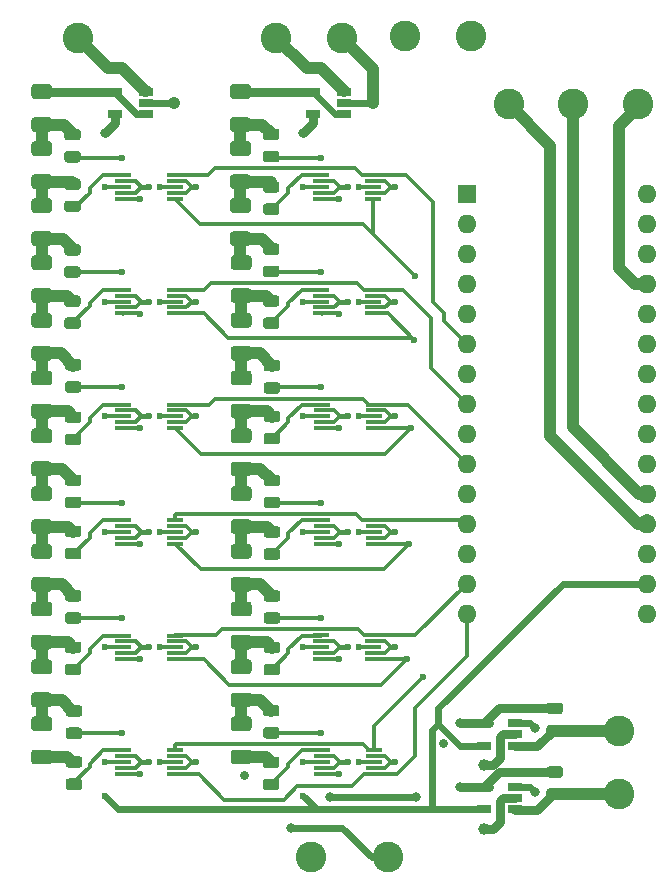
<source format=gbr>
%TF.GenerationSoftware,KiCad,Pcbnew,5.1.6-c6e7f7d~86~ubuntu18.04.1*%
%TF.CreationDate,2020-07-15T12:18:57+12:00*%
%TF.ProjectId,Volume Controller,566f6c75-6d65-4204-936f-6e74726f6c6c,rev?*%
%TF.SameCoordinates,Original*%
%TF.FileFunction,Copper,L1,Top*%
%TF.FilePolarity,Positive*%
%FSLAX46Y46*%
G04 Gerber Fmt 4.6, Leading zero omitted, Abs format (unit mm)*
G04 Created by KiCad (PCBNEW 5.1.6-c6e7f7d~86~ubuntu18.04.1) date 2020-07-15 12:18:57*
%MOMM*%
%LPD*%
G01*
G04 APERTURE LIST*
%TA.AperFunction,ComponentPad*%
%ADD10R,1.600000X1.600000*%
%TD*%
%TA.AperFunction,ComponentPad*%
%ADD11O,1.600000X1.600000*%
%TD*%
%TA.AperFunction,SMDPad,CuDef*%
%ADD12R,1.220000X0.650000*%
%TD*%
%TA.AperFunction,SMDPad,CuDef*%
%ADD13R,1.400000X0.300000*%
%TD*%
%TA.AperFunction,ComponentPad*%
%ADD14C,2.600000*%
%TD*%
%TA.AperFunction,ViaPad*%
%ADD15C,0.600000*%
%TD*%
%TA.AperFunction,ViaPad*%
%ADD16C,0.800000*%
%TD*%
%TA.AperFunction,ViaPad*%
%ADD17C,1.000000*%
%TD*%
%TA.AperFunction,Conductor*%
%ADD18C,0.800000*%
%TD*%
%TA.AperFunction,Conductor*%
%ADD19C,0.250000*%
%TD*%
%TA.AperFunction,Conductor*%
%ADD20C,0.300000*%
%TD*%
%TA.AperFunction,Conductor*%
%ADD21C,0.600000*%
%TD*%
%TA.AperFunction,Conductor*%
%ADD22C,1.000000*%
%TD*%
%TA.AperFunction,Conductor*%
%ADD23C,0.400000*%
%TD*%
G04 APERTURE END LIST*
D10*
%TO.P,A1,1*%
%TO.N,Net-(A1-Pad1)*%
X171259500Y-61722000D03*
D11*
%TO.P,A1,17*%
%TO.N,+3V3*%
X186499500Y-94742000D03*
%TO.P,A1,2*%
%TO.N,Net-(A1-Pad2)*%
X171259500Y-64262000D03*
%TO.P,A1,18*%
%TO.N,Net-(A1-Pad18)*%
X186499500Y-92202000D03*
%TO.P,A1,3*%
%TO.N,Net-(A1-Pad3)*%
X171259500Y-66802000D03*
%TO.P,A1,19*%
%TO.N,Net-(A1-Pad19)*%
X186499500Y-89662000D03*
%TO.P,A1,4*%
%TO.N,GND*%
X171259500Y-69342000D03*
%TO.P,A1,20*%
%TO.N,Net-(A1-Pad20)*%
X186499500Y-87122000D03*
%TO.P,A1,5*%
%TO.N,Net-(A1-Pad5)*%
X171259500Y-71882000D03*
%TO.P,A1,21*%
%TO.N,Net-(A1-Pad21)*%
X186499500Y-84582000D03*
%TO.P,A1,6*%
%TO.N,Net-(A1-Pad6)*%
X171259500Y-74422000D03*
%TO.P,A1,22*%
%TO.N,Net-(A1-Pad22)*%
X186499500Y-82042000D03*
%TO.P,A1,7*%
%TO.N,Net-(A1-Pad7)*%
X171259500Y-76962000D03*
%TO.P,A1,23*%
%TO.N,Net-(A1-Pad23)*%
X186499500Y-79502000D03*
%TO.P,A1,8*%
%TO.N,Net-(A1-Pad8)*%
X171259500Y-79502000D03*
%TO.P,A1,24*%
%TO.N,Net-(A1-Pad24)*%
X186499500Y-76962000D03*
%TO.P,A1,9*%
%TO.N,Net-(A1-Pad9)*%
X171259500Y-82042000D03*
%TO.P,A1,25*%
%TO.N,Net-(A1-Pad25)*%
X186499500Y-74422000D03*
%TO.P,A1,10*%
%TO.N,Net-(A1-Pad10)*%
X171259500Y-84582000D03*
%TO.P,A1,26*%
%TO.N,Net-(A1-Pad26)*%
X186499500Y-71882000D03*
%TO.P,A1,11*%
%TO.N,Net-(A1-Pad11)*%
X171259500Y-87122000D03*
%TO.P,A1,27*%
%TO.N,+5V*%
X186499500Y-69342000D03*
%TO.P,A1,12*%
%TO.N,Net-(A1-Pad12)*%
X171259500Y-89662000D03*
%TO.P,A1,28*%
%TO.N,Net-(A1-Pad28)*%
X186499500Y-66802000D03*
%TO.P,A1,13*%
%TO.N,Net-(A1-Pad13)*%
X171259500Y-92202000D03*
%TO.P,A1,29*%
%TO.N,Net-(A1-Pad29)*%
X186499500Y-64262000D03*
%TO.P,A1,14*%
%TO.N,Net-(A1-Pad14)*%
X171259500Y-94742000D03*
%TO.P,A1,30*%
%TO.N,Net-(A1-Pad30)*%
X186499500Y-61722000D03*
%TO.P,A1,15*%
%TO.N,Net-(A1-Pad15)*%
X171259500Y-97282000D03*
%TO.P,A1,16*%
%TO.N,Net-(A1-Pad16)*%
X186499500Y-97282000D03*
%TD*%
%TO.P,R1,1*%
%TO.N,Net-(R1-Pad1)*%
%TA.AperFunction,SMDPad,CuDef*%
G36*
G01*
X151460500Y-52458000D02*
X152710500Y-52458000D01*
G75*
G02*
X152960500Y-52708000I0J-250000D01*
G01*
X152960500Y-53458000D01*
G75*
G02*
X152710500Y-53708000I-250000J0D01*
G01*
X151460500Y-53708000D01*
G75*
G02*
X151210500Y-53458000I0J250000D01*
G01*
X151210500Y-52708000D01*
G75*
G02*
X151460500Y-52458000I250000J0D01*
G01*
G37*
%TD.AperFunction*%
%TO.P,R1,2*%
%TO.N,Net-(R1-Pad2)*%
%TA.AperFunction,SMDPad,CuDef*%
G36*
G01*
X151460500Y-55258000D02*
X152710500Y-55258000D01*
G75*
G02*
X152960500Y-55508000I0J-250000D01*
G01*
X152960500Y-56258000D01*
G75*
G02*
X152710500Y-56508000I-250000J0D01*
G01*
X151460500Y-56508000D01*
G75*
G02*
X151210500Y-56258000I0J250000D01*
G01*
X151210500Y-55508000D01*
G75*
G02*
X151460500Y-55258000I250000J0D01*
G01*
G37*
%TD.AperFunction*%
%TD*%
%TO.P,R3,1*%
%TO.N,Net-(R1-Pad2)*%
%TA.AperFunction,SMDPad,CuDef*%
G36*
G01*
X151457500Y-57287000D02*
X152707500Y-57287000D01*
G75*
G02*
X152957500Y-57537000I0J-250000D01*
G01*
X152957500Y-58287000D01*
G75*
G02*
X152707500Y-58537000I-250000J0D01*
G01*
X151457500Y-58537000D01*
G75*
G02*
X151207500Y-58287000I0J250000D01*
G01*
X151207500Y-57537000D01*
G75*
G02*
X151457500Y-57287000I250000J0D01*
G01*
G37*
%TD.AperFunction*%
%TO.P,R3,2*%
%TO.N,Net-(R3-Pad2)*%
%TA.AperFunction,SMDPad,CuDef*%
G36*
G01*
X151457500Y-60087000D02*
X152707500Y-60087000D01*
G75*
G02*
X152957500Y-60337000I0J-250000D01*
G01*
X152957500Y-61087000D01*
G75*
G02*
X152707500Y-61337000I-250000J0D01*
G01*
X151457500Y-61337000D01*
G75*
G02*
X151207500Y-61087000I0J250000D01*
G01*
X151207500Y-60337000D01*
G75*
G02*
X151457500Y-60087000I250000J0D01*
G01*
G37*
%TD.AperFunction*%
%TD*%
%TO.P,R5,1*%
%TO.N,Net-(R3-Pad2)*%
%TA.AperFunction,SMDPad,CuDef*%
G36*
G01*
X151457500Y-62113000D02*
X152707500Y-62113000D01*
G75*
G02*
X152957500Y-62363000I0J-250000D01*
G01*
X152957500Y-63113000D01*
G75*
G02*
X152707500Y-63363000I-250000J0D01*
G01*
X151457500Y-63363000D01*
G75*
G02*
X151207500Y-63113000I0J250000D01*
G01*
X151207500Y-62363000D01*
G75*
G02*
X151457500Y-62113000I250000J0D01*
G01*
G37*
%TD.AperFunction*%
%TO.P,R5,2*%
%TO.N,Net-(R5-Pad2)*%
%TA.AperFunction,SMDPad,CuDef*%
G36*
G01*
X151457500Y-64913000D02*
X152707500Y-64913000D01*
G75*
G02*
X152957500Y-65163000I0J-250000D01*
G01*
X152957500Y-65913000D01*
G75*
G02*
X152707500Y-66163000I-250000J0D01*
G01*
X151457500Y-66163000D01*
G75*
G02*
X151207500Y-65913000I0J250000D01*
G01*
X151207500Y-65163000D01*
G75*
G02*
X151457500Y-64913000I250000J0D01*
G01*
G37*
%TD.AperFunction*%
%TD*%
%TO.P,R7,1*%
%TO.N,Net-(R5-Pad2)*%
%TA.AperFunction,SMDPad,CuDef*%
G36*
G01*
X151521000Y-66939000D02*
X152771000Y-66939000D01*
G75*
G02*
X153021000Y-67189000I0J-250000D01*
G01*
X153021000Y-67939000D01*
G75*
G02*
X152771000Y-68189000I-250000J0D01*
G01*
X151521000Y-68189000D01*
G75*
G02*
X151271000Y-67939000I0J250000D01*
G01*
X151271000Y-67189000D01*
G75*
G02*
X151521000Y-66939000I250000J0D01*
G01*
G37*
%TD.AperFunction*%
%TO.P,R7,2*%
%TO.N,Net-(R7-Pad2)*%
%TA.AperFunction,SMDPad,CuDef*%
G36*
G01*
X151521000Y-69739000D02*
X152771000Y-69739000D01*
G75*
G02*
X153021000Y-69989000I0J-250000D01*
G01*
X153021000Y-70739000D01*
G75*
G02*
X152771000Y-70989000I-250000J0D01*
G01*
X151521000Y-70989000D01*
G75*
G02*
X151271000Y-70739000I0J250000D01*
G01*
X151271000Y-69989000D01*
G75*
G02*
X151521000Y-69739000I250000J0D01*
G01*
G37*
%TD.AperFunction*%
%TD*%
%TO.P,R9,2*%
%TO.N,Net-(R10-Pad2)*%
%TA.AperFunction,SMDPad,CuDef*%
G36*
G01*
X151521000Y-74625500D02*
X152771000Y-74625500D01*
G75*
G02*
X153021000Y-74875500I0J-250000D01*
G01*
X153021000Y-75625500D01*
G75*
G02*
X152771000Y-75875500I-250000J0D01*
G01*
X151521000Y-75875500D01*
G75*
G02*
X151271000Y-75625500I0J250000D01*
G01*
X151271000Y-74875500D01*
G75*
G02*
X151521000Y-74625500I250000J0D01*
G01*
G37*
%TD.AperFunction*%
%TO.P,R9,1*%
%TO.N,Net-(R7-Pad2)*%
%TA.AperFunction,SMDPad,CuDef*%
G36*
G01*
X151521000Y-71825500D02*
X152771000Y-71825500D01*
G75*
G02*
X153021000Y-72075500I0J-250000D01*
G01*
X153021000Y-72825500D01*
G75*
G02*
X152771000Y-73075500I-250000J0D01*
G01*
X151521000Y-73075500D01*
G75*
G02*
X151271000Y-72825500I0J250000D01*
G01*
X151271000Y-72075500D01*
G75*
G02*
X151521000Y-71825500I250000J0D01*
G01*
G37*
%TD.AperFunction*%
%TD*%
%TO.P,R11,1*%
%TO.N,Net-(R10-Pad2)*%
%TA.AperFunction,SMDPad,CuDef*%
G36*
G01*
X151521000Y-76715000D02*
X152771000Y-76715000D01*
G75*
G02*
X153021000Y-76965000I0J-250000D01*
G01*
X153021000Y-77715000D01*
G75*
G02*
X152771000Y-77965000I-250000J0D01*
G01*
X151521000Y-77965000D01*
G75*
G02*
X151271000Y-77715000I0J250000D01*
G01*
X151271000Y-76965000D01*
G75*
G02*
X151521000Y-76715000I250000J0D01*
G01*
G37*
%TD.AperFunction*%
%TO.P,R11,2*%
%TO.N,Net-(R11-Pad2)*%
%TA.AperFunction,SMDPad,CuDef*%
G36*
G01*
X151521000Y-79515000D02*
X152771000Y-79515000D01*
G75*
G02*
X153021000Y-79765000I0J-250000D01*
G01*
X153021000Y-80515000D01*
G75*
G02*
X152771000Y-80765000I-250000J0D01*
G01*
X151521000Y-80765000D01*
G75*
G02*
X151271000Y-80515000I0J250000D01*
G01*
X151271000Y-79765000D01*
G75*
G02*
X151521000Y-79515000I250000J0D01*
G01*
G37*
%TD.AperFunction*%
%TD*%
%TO.P,R13,2*%
%TO.N,Net-(R13-Pad2)*%
%TA.AperFunction,SMDPad,CuDef*%
G36*
G01*
X151521000Y-84407500D02*
X152771000Y-84407500D01*
G75*
G02*
X153021000Y-84657500I0J-250000D01*
G01*
X153021000Y-85407500D01*
G75*
G02*
X152771000Y-85657500I-250000J0D01*
G01*
X151521000Y-85657500D01*
G75*
G02*
X151271000Y-85407500I0J250000D01*
G01*
X151271000Y-84657500D01*
G75*
G02*
X151521000Y-84407500I250000J0D01*
G01*
G37*
%TD.AperFunction*%
%TO.P,R13,1*%
%TO.N,Net-(R11-Pad2)*%
%TA.AperFunction,SMDPad,CuDef*%
G36*
G01*
X151521000Y-81607500D02*
X152771000Y-81607500D01*
G75*
G02*
X153021000Y-81857500I0J-250000D01*
G01*
X153021000Y-82607500D01*
G75*
G02*
X152771000Y-82857500I-250000J0D01*
G01*
X151521000Y-82857500D01*
G75*
G02*
X151271000Y-82607500I0J250000D01*
G01*
X151271000Y-81857500D01*
G75*
G02*
X151521000Y-81607500I250000J0D01*
G01*
G37*
%TD.AperFunction*%
%TD*%
%TO.P,R15,2*%
%TO.N,Net-(R15-Pad2)*%
%TA.AperFunction,SMDPad,CuDef*%
G36*
G01*
X151521000Y-89294000D02*
X152771000Y-89294000D01*
G75*
G02*
X153021000Y-89544000I0J-250000D01*
G01*
X153021000Y-90294000D01*
G75*
G02*
X152771000Y-90544000I-250000J0D01*
G01*
X151521000Y-90544000D01*
G75*
G02*
X151271000Y-90294000I0J250000D01*
G01*
X151271000Y-89544000D01*
G75*
G02*
X151521000Y-89294000I250000J0D01*
G01*
G37*
%TD.AperFunction*%
%TO.P,R15,1*%
%TO.N,Net-(R13-Pad2)*%
%TA.AperFunction,SMDPad,CuDef*%
G36*
G01*
X151521000Y-86494000D02*
X152771000Y-86494000D01*
G75*
G02*
X153021000Y-86744000I0J-250000D01*
G01*
X153021000Y-87494000D01*
G75*
G02*
X152771000Y-87744000I-250000J0D01*
G01*
X151521000Y-87744000D01*
G75*
G02*
X151271000Y-87494000I0J250000D01*
G01*
X151271000Y-86744000D01*
G75*
G02*
X151521000Y-86494000I250000J0D01*
G01*
G37*
%TD.AperFunction*%
%TD*%
%TO.P,R17,2*%
%TO.N,Net-(R17-Pad2)*%
%TA.AperFunction,SMDPad,CuDef*%
G36*
G01*
X151521000Y-94186500D02*
X152771000Y-94186500D01*
G75*
G02*
X153021000Y-94436500I0J-250000D01*
G01*
X153021000Y-95186500D01*
G75*
G02*
X152771000Y-95436500I-250000J0D01*
G01*
X151521000Y-95436500D01*
G75*
G02*
X151271000Y-95186500I0J250000D01*
G01*
X151271000Y-94436500D01*
G75*
G02*
X151521000Y-94186500I250000J0D01*
G01*
G37*
%TD.AperFunction*%
%TO.P,R17,1*%
%TO.N,Net-(R15-Pad2)*%
%TA.AperFunction,SMDPad,CuDef*%
G36*
G01*
X151521000Y-91386500D02*
X152771000Y-91386500D01*
G75*
G02*
X153021000Y-91636500I0J-250000D01*
G01*
X153021000Y-92386500D01*
G75*
G02*
X152771000Y-92636500I-250000J0D01*
G01*
X151521000Y-92636500D01*
G75*
G02*
X151271000Y-92386500I0J250000D01*
G01*
X151271000Y-91636500D01*
G75*
G02*
X151521000Y-91386500I250000J0D01*
G01*
G37*
%TD.AperFunction*%
%TD*%
%TO.P,R19,2*%
%TO.N,Net-(R19-Pad2)*%
%TA.AperFunction,SMDPad,CuDef*%
G36*
G01*
X151521000Y-99073000D02*
X152771000Y-99073000D01*
G75*
G02*
X153021000Y-99323000I0J-250000D01*
G01*
X153021000Y-100073000D01*
G75*
G02*
X152771000Y-100323000I-250000J0D01*
G01*
X151521000Y-100323000D01*
G75*
G02*
X151271000Y-100073000I0J250000D01*
G01*
X151271000Y-99323000D01*
G75*
G02*
X151521000Y-99073000I250000J0D01*
G01*
G37*
%TD.AperFunction*%
%TO.P,R19,1*%
%TO.N,Net-(R17-Pad2)*%
%TA.AperFunction,SMDPad,CuDef*%
G36*
G01*
X151521000Y-96273000D02*
X152771000Y-96273000D01*
G75*
G02*
X153021000Y-96523000I0J-250000D01*
G01*
X153021000Y-97273000D01*
G75*
G02*
X152771000Y-97523000I-250000J0D01*
G01*
X151521000Y-97523000D01*
G75*
G02*
X151271000Y-97273000I0J250000D01*
G01*
X151271000Y-96523000D01*
G75*
G02*
X151521000Y-96273000I250000J0D01*
G01*
G37*
%TD.AperFunction*%
%TD*%
%TO.P,R21,2*%
%TO.N,Net-(R21-Pad2)*%
%TA.AperFunction,SMDPad,CuDef*%
G36*
G01*
X151521000Y-103965500D02*
X152771000Y-103965500D01*
G75*
G02*
X153021000Y-104215500I0J-250000D01*
G01*
X153021000Y-104965500D01*
G75*
G02*
X152771000Y-105215500I-250000J0D01*
G01*
X151521000Y-105215500D01*
G75*
G02*
X151271000Y-104965500I0J250000D01*
G01*
X151271000Y-104215500D01*
G75*
G02*
X151521000Y-103965500I250000J0D01*
G01*
G37*
%TD.AperFunction*%
%TO.P,R21,1*%
%TO.N,Net-(R19-Pad2)*%
%TA.AperFunction,SMDPad,CuDef*%
G36*
G01*
X151521000Y-101165500D02*
X152771000Y-101165500D01*
G75*
G02*
X153021000Y-101415500I0J-250000D01*
G01*
X153021000Y-102165500D01*
G75*
G02*
X152771000Y-102415500I-250000J0D01*
G01*
X151521000Y-102415500D01*
G75*
G02*
X151271000Y-102165500I0J250000D01*
G01*
X151271000Y-101415500D01*
G75*
G02*
X151521000Y-101165500I250000J0D01*
G01*
G37*
%TD.AperFunction*%
%TD*%
%TO.P,R23,2*%
%TO.N,Net-(R23-Pad2)*%
%TA.AperFunction,SMDPad,CuDef*%
G36*
G01*
X151521000Y-108791500D02*
X152771000Y-108791500D01*
G75*
G02*
X153021000Y-109041500I0J-250000D01*
G01*
X153021000Y-109791500D01*
G75*
G02*
X152771000Y-110041500I-250000J0D01*
G01*
X151521000Y-110041500D01*
G75*
G02*
X151271000Y-109791500I0J250000D01*
G01*
X151271000Y-109041500D01*
G75*
G02*
X151521000Y-108791500I250000J0D01*
G01*
G37*
%TD.AperFunction*%
%TO.P,R23,1*%
%TO.N,Net-(R21-Pad2)*%
%TA.AperFunction,SMDPad,CuDef*%
G36*
G01*
X151521000Y-105991500D02*
X152771000Y-105991500D01*
G75*
G02*
X153021000Y-106241500I0J-250000D01*
G01*
X153021000Y-106991500D01*
G75*
G02*
X152771000Y-107241500I-250000J0D01*
G01*
X151521000Y-107241500D01*
G75*
G02*
X151271000Y-106991500I0J250000D01*
G01*
X151271000Y-106241500D01*
G75*
G02*
X151521000Y-105991500I250000J0D01*
G01*
G37*
%TD.AperFunction*%
%TD*%
D12*
%TO.P,U1,1*%
%TO.N,Net-(R1-Pad1)*%
X160885500Y-54986000D03*
%TO.P,U1,2*%
%TO.N,GND*%
X160885500Y-54036000D03*
%TO.P,U1,3*%
%TO.N,Net-(U1-Pad3)*%
X160885500Y-53086000D03*
%TO.P,U1,4*%
%TO.N,Net-(R1-Pad1)*%
X158265500Y-53086000D03*
%TO.P,U1,5*%
%TO.N,+3V3*%
X158265500Y-54986000D03*
%TD*%
D13*
%TO.P,U2,10*%
%TO.N,Net-(R2-Pad1)*%
X158940500Y-62150500D03*
%TO.P,U2,9*%
%TO.N,GNDA*%
X158940500Y-61650500D03*
%TO.P,U2,8*%
%TO.N,+3V3*%
X158940500Y-61150500D03*
%TO.P,U2,7*%
%TO.N,GNDA*%
X158940500Y-60650500D03*
%TO.P,U2,6*%
%TO.N,Net-(R4-Pad1)*%
X158940500Y-60150500D03*
%TO.P,U2,5*%
%TO.N,Net-(A1-Pad6)*%
X163340500Y-60150500D03*
%TO.P,U2,4*%
%TO.N,Net-(R25-Pad2)*%
X163340500Y-60650500D03*
%TO.P,U2,3*%
%TO.N,GND*%
X163340500Y-61150500D03*
%TO.P,U2,2*%
%TO.N,Net-(R25-Pad2)*%
X163340500Y-61650500D03*
%TO.P,U2,1*%
%TO.N,Net-(A1-Pad5)*%
X163340500Y-62150500D03*
%TD*%
%TO.P,U3,1*%
%TO.N,Net-(A1-Pad7)*%
X163322000Y-71866000D03*
%TO.P,U3,2*%
%TO.N,Net-(R25-Pad2)*%
X163322000Y-71366000D03*
%TO.P,U3,3*%
%TO.N,GND*%
X163322000Y-70866000D03*
%TO.P,U3,4*%
%TO.N,Net-(R25-Pad2)*%
X163322000Y-70366000D03*
%TO.P,U3,5*%
%TO.N,Net-(A1-Pad8)*%
X163322000Y-69866000D03*
%TO.P,U3,6*%
%TO.N,Net-(R8-Pad1)*%
X158922000Y-69866000D03*
%TO.P,U3,7*%
%TO.N,GNDA*%
X158922000Y-70366000D03*
%TO.P,U3,8*%
%TO.N,+3V3*%
X158922000Y-70866000D03*
%TO.P,U3,9*%
%TO.N,GNDA*%
X158922000Y-71366000D03*
%TO.P,U3,10*%
%TO.N,Net-(R6-Pad1)*%
X158922000Y-71866000D03*
%TD*%
%TO.P,U4,1*%
%TO.N,Net-(A1-Pad9)*%
X163363000Y-81581500D03*
%TO.P,U4,2*%
%TO.N,Net-(R25-Pad2)*%
X163363000Y-81081500D03*
%TO.P,U4,3*%
%TO.N,GND*%
X163363000Y-80581500D03*
%TO.P,U4,4*%
%TO.N,Net-(R25-Pad2)*%
X163363000Y-80081500D03*
%TO.P,U4,5*%
%TO.N,Net-(A1-Pad10)*%
X163363000Y-79581500D03*
%TO.P,U4,6*%
%TO.N,Net-(R12-Pad1)*%
X158963000Y-79581500D03*
%TO.P,U4,7*%
%TO.N,GNDA*%
X158963000Y-80081500D03*
%TO.P,U4,8*%
%TO.N,+3V3*%
X158963000Y-80581500D03*
%TO.P,U4,9*%
%TO.N,GNDA*%
X158963000Y-81081500D03*
%TO.P,U4,10*%
%TO.N,Net-(R10-Pad1)*%
X158963000Y-81581500D03*
%TD*%
%TO.P,U5,1*%
%TO.N,Net-(A1-Pad11)*%
X163363000Y-91360500D03*
%TO.P,U5,2*%
%TO.N,Net-(R25-Pad2)*%
X163363000Y-90860500D03*
%TO.P,U5,3*%
%TO.N,GND*%
X163363000Y-90360500D03*
%TO.P,U5,4*%
%TO.N,Net-(R25-Pad2)*%
X163363000Y-89860500D03*
%TO.P,U5,5*%
%TO.N,Net-(A1-Pad12)*%
X163363000Y-89360500D03*
%TO.P,U5,6*%
%TO.N,Net-(R16-Pad1)*%
X158963000Y-89360500D03*
%TO.P,U5,7*%
%TO.N,GNDA*%
X158963000Y-89860500D03*
%TO.P,U5,8*%
%TO.N,+3V3*%
X158963000Y-90360500D03*
%TO.P,U5,9*%
%TO.N,GNDA*%
X158963000Y-90860500D03*
%TO.P,U5,10*%
%TO.N,Net-(R14-Pad1)*%
X158963000Y-91360500D03*
%TD*%
%TO.P,U6,10*%
%TO.N,Net-(R18-Pad1)*%
X158940500Y-101131500D03*
%TO.P,U6,9*%
%TO.N,GNDA*%
X158940500Y-100631500D03*
%TO.P,U6,8*%
%TO.N,+3V3*%
X158940500Y-100131500D03*
%TO.P,U6,7*%
%TO.N,GNDA*%
X158940500Y-99631500D03*
%TO.P,U6,6*%
%TO.N,Net-(R20-Pad1)*%
X158940500Y-99131500D03*
%TO.P,U6,5*%
%TO.N,Net-(A1-Pad14)*%
X163340500Y-99131500D03*
%TO.P,U6,4*%
%TO.N,Net-(R25-Pad2)*%
X163340500Y-99631500D03*
%TO.P,U6,3*%
%TO.N,GND*%
X163340500Y-100131500D03*
%TO.P,U6,2*%
%TO.N,Net-(R25-Pad2)*%
X163340500Y-100631500D03*
%TO.P,U6,1*%
%TO.N,Net-(A1-Pad13)*%
X163340500Y-101131500D03*
%TD*%
%TO.P,U7,10*%
%TO.N,Net-(R22-Pad1)*%
X158963000Y-110855000D03*
%TO.P,U7,9*%
%TO.N,GNDA*%
X158963000Y-110355000D03*
%TO.P,U7,8*%
%TO.N,+3V3*%
X158963000Y-109855000D03*
%TO.P,U7,7*%
%TO.N,GNDA*%
X158963000Y-109355000D03*
%TO.P,U7,6*%
%TO.N,Net-(R24-Pad1)*%
X158963000Y-108855000D03*
%TO.P,U7,5*%
%TO.N,Net-(A1-Pad16)*%
X163363000Y-108855000D03*
%TO.P,U7,4*%
%TO.N,Net-(R25-Pad2)*%
X163363000Y-109355000D03*
%TO.P,U7,3*%
%TO.N,GND*%
X163363000Y-109855000D03*
%TO.P,U7,2*%
%TO.N,Net-(R25-Pad2)*%
X163363000Y-110355000D03*
%TO.P,U7,1*%
%TO.N,Net-(A1-Pad15)*%
X163363000Y-110855000D03*
%TD*%
D12*
%TO.P,U8,5*%
%TO.N,+3V3*%
X172720000Y-108458000D03*
%TO.P,U8,4*%
%TO.N,Net-(R25-Pad2)*%
X172720000Y-106558000D03*
%TO.P,U8,3*%
%TO.N,GNDA*%
X175340000Y-106558000D03*
%TO.P,U8,2*%
%TO.N,GND*%
X175340000Y-107508000D03*
%TO.P,U8,1*%
%TO.N,Net-(R25-Pad1)*%
X175340000Y-108458000D03*
%TD*%
%TO.P,R8,2*%
%TO.N,Net-(R7-Pad2)*%
%TA.AperFunction,SMDPad,CuDef*%
G36*
G01*
X155142250Y-71308000D02*
X154229750Y-71308000D01*
G75*
G02*
X153986000Y-71064250I0J243750D01*
G01*
X153986000Y-70576750D01*
G75*
G02*
X154229750Y-70333000I243750J0D01*
G01*
X155142250Y-70333000D01*
G75*
G02*
X155386000Y-70576750I0J-243750D01*
G01*
X155386000Y-71064250D01*
G75*
G02*
X155142250Y-71308000I-243750J0D01*
G01*
G37*
%TD.AperFunction*%
%TO.P,R8,1*%
%TO.N,Net-(R8-Pad1)*%
%TA.AperFunction,SMDPad,CuDef*%
G36*
G01*
X155142250Y-73183000D02*
X154229750Y-73183000D01*
G75*
G02*
X153986000Y-72939250I0J243750D01*
G01*
X153986000Y-72451750D01*
G75*
G02*
X154229750Y-72208000I243750J0D01*
G01*
X155142250Y-72208000D01*
G75*
G02*
X155386000Y-72451750I0J-243750D01*
G01*
X155386000Y-72939250D01*
G75*
G02*
X155142250Y-73183000I-243750J0D01*
G01*
G37*
%TD.AperFunction*%
%TD*%
%TO.P,R10,1*%
%TO.N,Net-(R10-Pad1)*%
%TA.AperFunction,SMDPad,CuDef*%
G36*
G01*
X155205750Y-78656000D02*
X154293250Y-78656000D01*
G75*
G02*
X154049500Y-78412250I0J243750D01*
G01*
X154049500Y-77924750D01*
G75*
G02*
X154293250Y-77681000I243750J0D01*
G01*
X155205750Y-77681000D01*
G75*
G02*
X155449500Y-77924750I0J-243750D01*
G01*
X155449500Y-78412250D01*
G75*
G02*
X155205750Y-78656000I-243750J0D01*
G01*
G37*
%TD.AperFunction*%
%TO.P,R10,2*%
%TO.N,Net-(R10-Pad2)*%
%TA.AperFunction,SMDPad,CuDef*%
G36*
G01*
X155205750Y-76781000D02*
X154293250Y-76781000D01*
G75*
G02*
X154049500Y-76537250I0J243750D01*
G01*
X154049500Y-76049750D01*
G75*
G02*
X154293250Y-75806000I243750J0D01*
G01*
X155205750Y-75806000D01*
G75*
G02*
X155449500Y-76049750I0J-243750D01*
G01*
X155449500Y-76537250D01*
G75*
G02*
X155205750Y-76781000I-243750J0D01*
G01*
G37*
%TD.AperFunction*%
%TD*%
%TO.P,R12,1*%
%TO.N,Net-(R12-Pad1)*%
%TA.AperFunction,SMDPad,CuDef*%
G36*
G01*
X155205750Y-82962000D02*
X154293250Y-82962000D01*
G75*
G02*
X154049500Y-82718250I0J243750D01*
G01*
X154049500Y-82230750D01*
G75*
G02*
X154293250Y-81987000I243750J0D01*
G01*
X155205750Y-81987000D01*
G75*
G02*
X155449500Y-82230750I0J-243750D01*
G01*
X155449500Y-82718250D01*
G75*
G02*
X155205750Y-82962000I-243750J0D01*
G01*
G37*
%TD.AperFunction*%
%TO.P,R12,2*%
%TO.N,Net-(R11-Pad2)*%
%TA.AperFunction,SMDPad,CuDef*%
G36*
G01*
X155205750Y-81087000D02*
X154293250Y-81087000D01*
G75*
G02*
X154049500Y-80843250I0J243750D01*
G01*
X154049500Y-80355750D01*
G75*
G02*
X154293250Y-80112000I243750J0D01*
G01*
X155205750Y-80112000D01*
G75*
G02*
X155449500Y-80355750I0J-243750D01*
G01*
X155449500Y-80843250D01*
G75*
G02*
X155205750Y-81087000I-243750J0D01*
G01*
G37*
%TD.AperFunction*%
%TD*%
%TO.P,R14,2*%
%TO.N,Net-(R13-Pad2)*%
%TA.AperFunction,SMDPad,CuDef*%
G36*
G01*
X155205750Y-86496500D02*
X154293250Y-86496500D01*
G75*
G02*
X154049500Y-86252750I0J243750D01*
G01*
X154049500Y-85765250D01*
G75*
G02*
X154293250Y-85521500I243750J0D01*
G01*
X155205750Y-85521500D01*
G75*
G02*
X155449500Y-85765250I0J-243750D01*
G01*
X155449500Y-86252750D01*
G75*
G02*
X155205750Y-86496500I-243750J0D01*
G01*
G37*
%TD.AperFunction*%
%TO.P,R14,1*%
%TO.N,Net-(R14-Pad1)*%
%TA.AperFunction,SMDPad,CuDef*%
G36*
G01*
X155205750Y-88371500D02*
X154293250Y-88371500D01*
G75*
G02*
X154049500Y-88127750I0J243750D01*
G01*
X154049500Y-87640250D01*
G75*
G02*
X154293250Y-87396500I243750J0D01*
G01*
X155205750Y-87396500D01*
G75*
G02*
X155449500Y-87640250I0J-243750D01*
G01*
X155449500Y-88127750D01*
G75*
G02*
X155205750Y-88371500I-243750J0D01*
G01*
G37*
%TD.AperFunction*%
%TD*%
%TO.P,R16,1*%
%TO.N,Net-(R16-Pad1)*%
%TA.AperFunction,SMDPad,CuDef*%
G36*
G01*
X155205750Y-92741000D02*
X154293250Y-92741000D01*
G75*
G02*
X154049500Y-92497250I0J243750D01*
G01*
X154049500Y-92009750D01*
G75*
G02*
X154293250Y-91766000I243750J0D01*
G01*
X155205750Y-91766000D01*
G75*
G02*
X155449500Y-92009750I0J-243750D01*
G01*
X155449500Y-92497250D01*
G75*
G02*
X155205750Y-92741000I-243750J0D01*
G01*
G37*
%TD.AperFunction*%
%TO.P,R16,2*%
%TO.N,Net-(R15-Pad2)*%
%TA.AperFunction,SMDPad,CuDef*%
G36*
G01*
X155205750Y-90866000D02*
X154293250Y-90866000D01*
G75*
G02*
X154049500Y-90622250I0J243750D01*
G01*
X154049500Y-90134750D01*
G75*
G02*
X154293250Y-89891000I243750J0D01*
G01*
X155205750Y-89891000D01*
G75*
G02*
X155449500Y-90134750I0J-243750D01*
G01*
X155449500Y-90622250D01*
G75*
G02*
X155205750Y-90866000I-243750J0D01*
G01*
G37*
%TD.AperFunction*%
%TD*%
%TO.P,R18,1*%
%TO.N,Net-(R18-Pad1)*%
%TA.AperFunction,SMDPad,CuDef*%
G36*
G01*
X155205750Y-98150500D02*
X154293250Y-98150500D01*
G75*
G02*
X154049500Y-97906750I0J243750D01*
G01*
X154049500Y-97419250D01*
G75*
G02*
X154293250Y-97175500I243750J0D01*
G01*
X155205750Y-97175500D01*
G75*
G02*
X155449500Y-97419250I0J-243750D01*
G01*
X155449500Y-97906750D01*
G75*
G02*
X155205750Y-98150500I-243750J0D01*
G01*
G37*
%TD.AperFunction*%
%TO.P,R18,2*%
%TO.N,Net-(R17-Pad2)*%
%TA.AperFunction,SMDPad,CuDef*%
G36*
G01*
X155205750Y-96275500D02*
X154293250Y-96275500D01*
G75*
G02*
X154049500Y-96031750I0J243750D01*
G01*
X154049500Y-95544250D01*
G75*
G02*
X154293250Y-95300500I243750J0D01*
G01*
X155205750Y-95300500D01*
G75*
G02*
X155449500Y-95544250I0J-243750D01*
G01*
X155449500Y-96031750D01*
G75*
G02*
X155205750Y-96275500I-243750J0D01*
G01*
G37*
%TD.AperFunction*%
%TD*%
%TO.P,R20,2*%
%TO.N,Net-(R19-Pad2)*%
%TA.AperFunction,SMDPad,CuDef*%
G36*
G01*
X155205750Y-100645000D02*
X154293250Y-100645000D01*
G75*
G02*
X154049500Y-100401250I0J243750D01*
G01*
X154049500Y-99913750D01*
G75*
G02*
X154293250Y-99670000I243750J0D01*
G01*
X155205750Y-99670000D01*
G75*
G02*
X155449500Y-99913750I0J-243750D01*
G01*
X155449500Y-100401250D01*
G75*
G02*
X155205750Y-100645000I-243750J0D01*
G01*
G37*
%TD.AperFunction*%
%TO.P,R20,1*%
%TO.N,Net-(R20-Pad1)*%
%TA.AperFunction,SMDPad,CuDef*%
G36*
G01*
X155205750Y-102520000D02*
X154293250Y-102520000D01*
G75*
G02*
X154049500Y-102276250I0J243750D01*
G01*
X154049500Y-101788750D01*
G75*
G02*
X154293250Y-101545000I243750J0D01*
G01*
X155205750Y-101545000D01*
G75*
G02*
X155449500Y-101788750I0J-243750D01*
G01*
X155449500Y-102276250D01*
G75*
G02*
X155205750Y-102520000I-243750J0D01*
G01*
G37*
%TD.AperFunction*%
%TD*%
%TO.P,R22,2*%
%TO.N,Net-(R21-Pad2)*%
%TA.AperFunction,SMDPad,CuDef*%
G36*
G01*
X155142250Y-105991000D02*
X154229750Y-105991000D01*
G75*
G02*
X153986000Y-105747250I0J243750D01*
G01*
X153986000Y-105259750D01*
G75*
G02*
X154229750Y-105016000I243750J0D01*
G01*
X155142250Y-105016000D01*
G75*
G02*
X155386000Y-105259750I0J-243750D01*
G01*
X155386000Y-105747250D01*
G75*
G02*
X155142250Y-105991000I-243750J0D01*
G01*
G37*
%TD.AperFunction*%
%TO.P,R22,1*%
%TO.N,Net-(R22-Pad1)*%
%TA.AperFunction,SMDPad,CuDef*%
G36*
G01*
X155142250Y-107866000D02*
X154229750Y-107866000D01*
G75*
G02*
X153986000Y-107622250I0J243750D01*
G01*
X153986000Y-107134750D01*
G75*
G02*
X154229750Y-106891000I243750J0D01*
G01*
X155142250Y-106891000D01*
G75*
G02*
X155386000Y-107134750I0J-243750D01*
G01*
X155386000Y-107622250D01*
G75*
G02*
X155142250Y-107866000I-243750J0D01*
G01*
G37*
%TD.AperFunction*%
%TD*%
%TO.P,R24,1*%
%TO.N,Net-(R24-Pad1)*%
%TA.AperFunction,SMDPad,CuDef*%
G36*
G01*
X155142250Y-112235500D02*
X154229750Y-112235500D01*
G75*
G02*
X153986000Y-111991750I0J243750D01*
G01*
X153986000Y-111504250D01*
G75*
G02*
X154229750Y-111260500I243750J0D01*
G01*
X155142250Y-111260500D01*
G75*
G02*
X155386000Y-111504250I0J-243750D01*
G01*
X155386000Y-111991750D01*
G75*
G02*
X155142250Y-112235500I-243750J0D01*
G01*
G37*
%TD.AperFunction*%
%TO.P,R24,2*%
%TO.N,Net-(R23-Pad2)*%
%TA.AperFunction,SMDPad,CuDef*%
G36*
G01*
X155142250Y-110360500D02*
X154229750Y-110360500D01*
G75*
G02*
X153986000Y-110116750I0J243750D01*
G01*
X153986000Y-109629250D01*
G75*
G02*
X154229750Y-109385500I243750J0D01*
G01*
X155142250Y-109385500D01*
G75*
G02*
X155386000Y-109629250I0J-243750D01*
G01*
X155386000Y-110116750D01*
G75*
G02*
X155142250Y-110360500I-243750J0D01*
G01*
G37*
%TD.AperFunction*%
%TD*%
%TO.P,R2,2*%
%TO.N,Net-(R1-Pad2)*%
%TA.AperFunction,SMDPad,CuDef*%
G36*
G01*
X155142250Y-57199000D02*
X154229750Y-57199000D01*
G75*
G02*
X153986000Y-56955250I0J243750D01*
G01*
X153986000Y-56467750D01*
G75*
G02*
X154229750Y-56224000I243750J0D01*
G01*
X155142250Y-56224000D01*
G75*
G02*
X155386000Y-56467750I0J-243750D01*
G01*
X155386000Y-56955250D01*
G75*
G02*
X155142250Y-57199000I-243750J0D01*
G01*
G37*
%TD.AperFunction*%
%TO.P,R2,1*%
%TO.N,Net-(R2-Pad1)*%
%TA.AperFunction,SMDPad,CuDef*%
G36*
G01*
X155142250Y-59074000D02*
X154229750Y-59074000D01*
G75*
G02*
X153986000Y-58830250I0J243750D01*
G01*
X153986000Y-58342750D01*
G75*
G02*
X154229750Y-58099000I243750J0D01*
G01*
X155142250Y-58099000D01*
G75*
G02*
X155386000Y-58342750I0J-243750D01*
G01*
X155386000Y-58830250D01*
G75*
G02*
X155142250Y-59074000I-243750J0D01*
G01*
G37*
%TD.AperFunction*%
%TD*%
%TO.P,R4,1*%
%TO.N,Net-(R4-Pad1)*%
%TA.AperFunction,SMDPad,CuDef*%
G36*
G01*
X155142250Y-63531000D02*
X154229750Y-63531000D01*
G75*
G02*
X153986000Y-63287250I0J243750D01*
G01*
X153986000Y-62799750D01*
G75*
G02*
X154229750Y-62556000I243750J0D01*
G01*
X155142250Y-62556000D01*
G75*
G02*
X155386000Y-62799750I0J-243750D01*
G01*
X155386000Y-63287250D01*
G75*
G02*
X155142250Y-63531000I-243750J0D01*
G01*
G37*
%TD.AperFunction*%
%TO.P,R4,2*%
%TO.N,Net-(R3-Pad2)*%
%TA.AperFunction,SMDPad,CuDef*%
G36*
G01*
X155142250Y-61656000D02*
X154229750Y-61656000D01*
G75*
G02*
X153986000Y-61412250I0J243750D01*
G01*
X153986000Y-60924750D01*
G75*
G02*
X154229750Y-60681000I243750J0D01*
G01*
X155142250Y-60681000D01*
G75*
G02*
X155386000Y-60924750I0J-243750D01*
G01*
X155386000Y-61412250D01*
G75*
G02*
X155142250Y-61656000I-243750J0D01*
G01*
G37*
%TD.AperFunction*%
%TD*%
%TO.P,R6,1*%
%TO.N,Net-(R6-Pad1)*%
%TA.AperFunction,SMDPad,CuDef*%
G36*
G01*
X155142250Y-68789500D02*
X154229750Y-68789500D01*
G75*
G02*
X153986000Y-68545750I0J243750D01*
G01*
X153986000Y-68058250D01*
G75*
G02*
X154229750Y-67814500I243750J0D01*
G01*
X155142250Y-67814500D01*
G75*
G02*
X155386000Y-68058250I0J-243750D01*
G01*
X155386000Y-68545750D01*
G75*
G02*
X155142250Y-68789500I-243750J0D01*
G01*
G37*
%TD.AperFunction*%
%TO.P,R6,2*%
%TO.N,Net-(R5-Pad2)*%
%TA.AperFunction,SMDPad,CuDef*%
G36*
G01*
X155142250Y-66914500D02*
X154229750Y-66914500D01*
G75*
G02*
X153986000Y-66670750I0J243750D01*
G01*
X153986000Y-66183250D01*
G75*
G02*
X154229750Y-65939500I243750J0D01*
G01*
X155142250Y-65939500D01*
G75*
G02*
X155386000Y-66183250I0J-243750D01*
G01*
X155386000Y-66670750D01*
G75*
G02*
X155142250Y-66914500I-243750J0D01*
G01*
G37*
%TD.AperFunction*%
%TD*%
D14*
%TO.P,+5V1,1*%
%TO.N,+5V*%
X185737500Y-54165500D03*
%TD*%
%TO.P,GND1,1*%
%TO.N,GND*%
X164592000Y-117919500D03*
%TD*%
%TO.P,GNDA1,1*%
%TO.N,GNDA*%
X158051500Y-117856000D03*
%TD*%
%TO.P,J1,1*%
%TO.N,GND*%
X160655000Y-48514000D03*
%TD*%
%TO.P,J2,1*%
%TO.N,Net-(A1-Pad21)*%
X166052500Y-48387000D03*
%TD*%
%TO.P,J3,1*%
%TO.N,Net-(A1-Pad22)*%
X171577000Y-48387000D03*
%TD*%
%TO.P,ModeSelect1,1*%
%TO.N,Net-(A1-Pad19)*%
X174815500Y-54165500D03*
%TD*%
%TO.P,ModeSelect2,1*%
%TO.N,Net-(A1-Pad20)*%
X180213000Y-54102000D03*
%TD*%
%TO.P,R25,1*%
%TO.N,Net-(R25-Pad1)*%
%TA.AperFunction,SMDPad,CuDef*%
G36*
G01*
X179145250Y-107675500D02*
X178232750Y-107675500D01*
G75*
G02*
X177989000Y-107431750I0J243750D01*
G01*
X177989000Y-106944250D01*
G75*
G02*
X178232750Y-106700500I243750J0D01*
G01*
X179145250Y-106700500D01*
G75*
G02*
X179389000Y-106944250I0J-243750D01*
G01*
X179389000Y-107431750D01*
G75*
G02*
X179145250Y-107675500I-243750J0D01*
G01*
G37*
%TD.AperFunction*%
%TO.P,R25,2*%
%TO.N,Net-(R25-Pad2)*%
%TA.AperFunction,SMDPad,CuDef*%
G36*
G01*
X179145250Y-105800500D02*
X178232750Y-105800500D01*
G75*
G02*
X177989000Y-105556750I0J243750D01*
G01*
X177989000Y-105069250D01*
G75*
G02*
X178232750Y-104825500I243750J0D01*
G01*
X179145250Y-104825500D01*
G75*
G02*
X179389000Y-105069250I0J-243750D01*
G01*
X179389000Y-105556750D01*
G75*
G02*
X179145250Y-105800500I-243750J0D01*
G01*
G37*
%TD.AperFunction*%
%TD*%
%TO.P,R26,1*%
%TO.N,Net-(R26-Pad1)*%
%TA.AperFunction,SMDPad,CuDef*%
G36*
G01*
X179145250Y-113058000D02*
X178232750Y-113058000D01*
G75*
G02*
X177989000Y-112814250I0J243750D01*
G01*
X177989000Y-112326750D01*
G75*
G02*
X178232750Y-112083000I243750J0D01*
G01*
X179145250Y-112083000D01*
G75*
G02*
X179389000Y-112326750I0J-243750D01*
G01*
X179389000Y-112814250D01*
G75*
G02*
X179145250Y-113058000I-243750J0D01*
G01*
G37*
%TD.AperFunction*%
%TO.P,R26,2*%
%TO.N,Net-(R26-Pad2)*%
%TA.AperFunction,SMDPad,CuDef*%
G36*
G01*
X179145250Y-111183000D02*
X178232750Y-111183000D01*
G75*
G02*
X177989000Y-110939250I0J243750D01*
G01*
X177989000Y-110451750D01*
G75*
G02*
X178232750Y-110208000I243750J0D01*
G01*
X179145250Y-110208000D01*
G75*
G02*
X179389000Y-110451750I0J-243750D01*
G01*
X179389000Y-110939250D01*
G75*
G02*
X179145250Y-111183000I-243750J0D01*
G01*
G37*
%TD.AperFunction*%
%TD*%
%TO.P,R27,1*%
%TO.N,Net-(R27-Pad1)*%
%TA.AperFunction,SMDPad,CuDef*%
G36*
G01*
X134630000Y-52455000D02*
X135880000Y-52455000D01*
G75*
G02*
X136130000Y-52705000I0J-250000D01*
G01*
X136130000Y-53455000D01*
G75*
G02*
X135880000Y-53705000I-250000J0D01*
G01*
X134630000Y-53705000D01*
G75*
G02*
X134380000Y-53455000I0J250000D01*
G01*
X134380000Y-52705000D01*
G75*
G02*
X134630000Y-52455000I250000J0D01*
G01*
G37*
%TD.AperFunction*%
%TO.P,R27,2*%
%TO.N,Net-(R27-Pad2)*%
%TA.AperFunction,SMDPad,CuDef*%
G36*
G01*
X134630000Y-55255000D02*
X135880000Y-55255000D01*
G75*
G02*
X136130000Y-55505000I0J-250000D01*
G01*
X136130000Y-56255000D01*
G75*
G02*
X135880000Y-56505000I-250000J0D01*
G01*
X134630000Y-56505000D01*
G75*
G02*
X134380000Y-56255000I0J250000D01*
G01*
X134380000Y-55505000D01*
G75*
G02*
X134630000Y-55255000I250000J0D01*
G01*
G37*
%TD.AperFunction*%
%TD*%
%TO.P,R28,2*%
%TO.N,Net-(R27-Pad2)*%
%TA.AperFunction,SMDPad,CuDef*%
G36*
G01*
X138314750Y-57223000D02*
X137402250Y-57223000D01*
G75*
G02*
X137158500Y-56979250I0J243750D01*
G01*
X137158500Y-56491750D01*
G75*
G02*
X137402250Y-56248000I243750J0D01*
G01*
X138314750Y-56248000D01*
G75*
G02*
X138558500Y-56491750I0J-243750D01*
G01*
X138558500Y-56979250D01*
G75*
G02*
X138314750Y-57223000I-243750J0D01*
G01*
G37*
%TD.AperFunction*%
%TO.P,R28,1*%
%TO.N,Net-(R28-Pad1)*%
%TA.AperFunction,SMDPad,CuDef*%
G36*
G01*
X138314750Y-59098000D02*
X137402250Y-59098000D01*
G75*
G02*
X137158500Y-58854250I0J243750D01*
G01*
X137158500Y-58366750D01*
G75*
G02*
X137402250Y-58123000I243750J0D01*
G01*
X138314750Y-58123000D01*
G75*
G02*
X138558500Y-58366750I0J-243750D01*
G01*
X138558500Y-58854250D01*
G75*
G02*
X138314750Y-59098000I-243750J0D01*
G01*
G37*
%TD.AperFunction*%
%TD*%
%TO.P,R29,1*%
%TO.N,Net-(R27-Pad2)*%
%TA.AperFunction,SMDPad,CuDef*%
G36*
G01*
X134630000Y-57287000D02*
X135880000Y-57287000D01*
G75*
G02*
X136130000Y-57537000I0J-250000D01*
G01*
X136130000Y-58287000D01*
G75*
G02*
X135880000Y-58537000I-250000J0D01*
G01*
X134630000Y-58537000D01*
G75*
G02*
X134380000Y-58287000I0J250000D01*
G01*
X134380000Y-57537000D01*
G75*
G02*
X134630000Y-57287000I250000J0D01*
G01*
G37*
%TD.AperFunction*%
%TO.P,R29,2*%
%TO.N,Net-(R29-Pad2)*%
%TA.AperFunction,SMDPad,CuDef*%
G36*
G01*
X134630000Y-60087000D02*
X135880000Y-60087000D01*
G75*
G02*
X136130000Y-60337000I0J-250000D01*
G01*
X136130000Y-61087000D01*
G75*
G02*
X135880000Y-61337000I-250000J0D01*
G01*
X134630000Y-61337000D01*
G75*
G02*
X134380000Y-61087000I0J250000D01*
G01*
X134380000Y-60337000D01*
G75*
G02*
X134630000Y-60087000I250000J0D01*
G01*
G37*
%TD.AperFunction*%
%TD*%
%TO.P,R30,1*%
%TO.N,Net-(R30-Pad1)*%
%TA.AperFunction,SMDPad,CuDef*%
G36*
G01*
X138314750Y-63289000D02*
X137402250Y-63289000D01*
G75*
G02*
X137158500Y-63045250I0J243750D01*
G01*
X137158500Y-62557750D01*
G75*
G02*
X137402250Y-62314000I243750J0D01*
G01*
X138314750Y-62314000D01*
G75*
G02*
X138558500Y-62557750I0J-243750D01*
G01*
X138558500Y-63045250D01*
G75*
G02*
X138314750Y-63289000I-243750J0D01*
G01*
G37*
%TD.AperFunction*%
%TO.P,R30,2*%
%TO.N,Net-(R29-Pad2)*%
%TA.AperFunction,SMDPad,CuDef*%
G36*
G01*
X138314750Y-61414000D02*
X137402250Y-61414000D01*
G75*
G02*
X137158500Y-61170250I0J243750D01*
G01*
X137158500Y-60682750D01*
G75*
G02*
X137402250Y-60439000I243750J0D01*
G01*
X138314750Y-60439000D01*
G75*
G02*
X138558500Y-60682750I0J-243750D01*
G01*
X138558500Y-61170250D01*
G75*
G02*
X138314750Y-61414000I-243750J0D01*
G01*
G37*
%TD.AperFunction*%
%TD*%
%TO.P,R31,2*%
%TO.N,Net-(R31-Pad2)*%
%TA.AperFunction,SMDPad,CuDef*%
G36*
G01*
X134630000Y-64913000D02*
X135880000Y-64913000D01*
G75*
G02*
X136130000Y-65163000I0J-250000D01*
G01*
X136130000Y-65913000D01*
G75*
G02*
X135880000Y-66163000I-250000J0D01*
G01*
X134630000Y-66163000D01*
G75*
G02*
X134380000Y-65913000I0J250000D01*
G01*
X134380000Y-65163000D01*
G75*
G02*
X134630000Y-64913000I250000J0D01*
G01*
G37*
%TD.AperFunction*%
%TO.P,R31,1*%
%TO.N,Net-(R29-Pad2)*%
%TA.AperFunction,SMDPad,CuDef*%
G36*
G01*
X134630000Y-62113000D02*
X135880000Y-62113000D01*
G75*
G02*
X136130000Y-62363000I0J-250000D01*
G01*
X136130000Y-63113000D01*
G75*
G02*
X135880000Y-63363000I-250000J0D01*
G01*
X134630000Y-63363000D01*
G75*
G02*
X134380000Y-63113000I0J250000D01*
G01*
X134380000Y-62363000D01*
G75*
G02*
X134630000Y-62113000I250000J0D01*
G01*
G37*
%TD.AperFunction*%
%TD*%
%TO.P,R32,2*%
%TO.N,Net-(R31-Pad2)*%
%TA.AperFunction,SMDPad,CuDef*%
G36*
G01*
X138314750Y-66972000D02*
X137402250Y-66972000D01*
G75*
G02*
X137158500Y-66728250I0J243750D01*
G01*
X137158500Y-66240750D01*
G75*
G02*
X137402250Y-65997000I243750J0D01*
G01*
X138314750Y-65997000D01*
G75*
G02*
X138558500Y-66240750I0J-243750D01*
G01*
X138558500Y-66728250D01*
G75*
G02*
X138314750Y-66972000I-243750J0D01*
G01*
G37*
%TD.AperFunction*%
%TO.P,R32,1*%
%TO.N,Net-(R32-Pad1)*%
%TA.AperFunction,SMDPad,CuDef*%
G36*
G01*
X138314750Y-68847000D02*
X137402250Y-68847000D01*
G75*
G02*
X137158500Y-68603250I0J243750D01*
G01*
X137158500Y-68115750D01*
G75*
G02*
X137402250Y-67872000I243750J0D01*
G01*
X138314750Y-67872000D01*
G75*
G02*
X138558500Y-68115750I0J-243750D01*
G01*
X138558500Y-68603250D01*
G75*
G02*
X138314750Y-68847000I-243750J0D01*
G01*
G37*
%TD.AperFunction*%
%TD*%
%TO.P,R33,2*%
%TO.N,Net-(R33-Pad2)*%
%TA.AperFunction,SMDPad,CuDef*%
G36*
G01*
X134630000Y-69736000D02*
X135880000Y-69736000D01*
G75*
G02*
X136130000Y-69986000I0J-250000D01*
G01*
X136130000Y-70736000D01*
G75*
G02*
X135880000Y-70986000I-250000J0D01*
G01*
X134630000Y-70986000D01*
G75*
G02*
X134380000Y-70736000I0J250000D01*
G01*
X134380000Y-69986000D01*
G75*
G02*
X134630000Y-69736000I250000J0D01*
G01*
G37*
%TD.AperFunction*%
%TO.P,R33,1*%
%TO.N,Net-(R31-Pad2)*%
%TA.AperFunction,SMDPad,CuDef*%
G36*
G01*
X134630000Y-66936000D02*
X135880000Y-66936000D01*
G75*
G02*
X136130000Y-67186000I0J-250000D01*
G01*
X136130000Y-67936000D01*
G75*
G02*
X135880000Y-68186000I-250000J0D01*
G01*
X134630000Y-68186000D01*
G75*
G02*
X134380000Y-67936000I0J250000D01*
G01*
X134380000Y-67186000D01*
G75*
G02*
X134630000Y-66936000I250000J0D01*
G01*
G37*
%TD.AperFunction*%
%TD*%
%TO.P,R34,2*%
%TO.N,Net-(R33-Pad2)*%
%TA.AperFunction,SMDPad,CuDef*%
G36*
G01*
X138314750Y-71305000D02*
X137402250Y-71305000D01*
G75*
G02*
X137158500Y-71061250I0J243750D01*
G01*
X137158500Y-70573750D01*
G75*
G02*
X137402250Y-70330000I243750J0D01*
G01*
X138314750Y-70330000D01*
G75*
G02*
X138558500Y-70573750I0J-243750D01*
G01*
X138558500Y-71061250D01*
G75*
G02*
X138314750Y-71305000I-243750J0D01*
G01*
G37*
%TD.AperFunction*%
%TO.P,R34,1*%
%TO.N,Net-(R34-Pad1)*%
%TA.AperFunction,SMDPad,CuDef*%
G36*
G01*
X138314750Y-73180000D02*
X137402250Y-73180000D01*
G75*
G02*
X137158500Y-72936250I0J243750D01*
G01*
X137158500Y-72448750D01*
G75*
G02*
X137402250Y-72205000I243750J0D01*
G01*
X138314750Y-72205000D01*
G75*
G02*
X138558500Y-72448750I0J-243750D01*
G01*
X138558500Y-72936250D01*
G75*
G02*
X138314750Y-73180000I-243750J0D01*
G01*
G37*
%TD.AperFunction*%
%TD*%
%TO.P,R35,1*%
%TO.N,Net-(R33-Pad2)*%
%TA.AperFunction,SMDPad,CuDef*%
G36*
G01*
X134630000Y-71825500D02*
X135880000Y-71825500D01*
G75*
G02*
X136130000Y-72075500I0J-250000D01*
G01*
X136130000Y-72825500D01*
G75*
G02*
X135880000Y-73075500I-250000J0D01*
G01*
X134630000Y-73075500D01*
G75*
G02*
X134380000Y-72825500I0J250000D01*
G01*
X134380000Y-72075500D01*
G75*
G02*
X134630000Y-71825500I250000J0D01*
G01*
G37*
%TD.AperFunction*%
%TO.P,R35,2*%
%TO.N,Net-(R35-Pad2)*%
%TA.AperFunction,SMDPad,CuDef*%
G36*
G01*
X134630000Y-74625500D02*
X135880000Y-74625500D01*
G75*
G02*
X136130000Y-74875500I0J-250000D01*
G01*
X136130000Y-75625500D01*
G75*
G02*
X135880000Y-75875500I-250000J0D01*
G01*
X134630000Y-75875500D01*
G75*
G02*
X134380000Y-75625500I0J250000D01*
G01*
X134380000Y-74875500D01*
G75*
G02*
X134630000Y-74625500I250000J0D01*
G01*
G37*
%TD.AperFunction*%
%TD*%
%TO.P,R36,1*%
%TO.N,Net-(R36-Pad1)*%
%TA.AperFunction,SMDPad,CuDef*%
G36*
G01*
X138378250Y-78577500D02*
X137465750Y-78577500D01*
G75*
G02*
X137222000Y-78333750I0J243750D01*
G01*
X137222000Y-77846250D01*
G75*
G02*
X137465750Y-77602500I243750J0D01*
G01*
X138378250Y-77602500D01*
G75*
G02*
X138622000Y-77846250I0J-243750D01*
G01*
X138622000Y-78333750D01*
G75*
G02*
X138378250Y-78577500I-243750J0D01*
G01*
G37*
%TD.AperFunction*%
%TO.P,R36,2*%
%TO.N,Net-(R35-Pad2)*%
%TA.AperFunction,SMDPad,CuDef*%
G36*
G01*
X138378250Y-76702500D02*
X137465750Y-76702500D01*
G75*
G02*
X137222000Y-76458750I0J243750D01*
G01*
X137222000Y-75971250D01*
G75*
G02*
X137465750Y-75727500I243750J0D01*
G01*
X138378250Y-75727500D01*
G75*
G02*
X138622000Y-75971250I0J-243750D01*
G01*
X138622000Y-76458750D01*
G75*
G02*
X138378250Y-76702500I-243750J0D01*
G01*
G37*
%TD.AperFunction*%
%TD*%
%TO.P,R37,2*%
%TO.N,Net-(R37-Pad2)*%
%TA.AperFunction,SMDPad,CuDef*%
G36*
G01*
X134630000Y-79515000D02*
X135880000Y-79515000D01*
G75*
G02*
X136130000Y-79765000I0J-250000D01*
G01*
X136130000Y-80515000D01*
G75*
G02*
X135880000Y-80765000I-250000J0D01*
G01*
X134630000Y-80765000D01*
G75*
G02*
X134380000Y-80515000I0J250000D01*
G01*
X134380000Y-79765000D01*
G75*
G02*
X134630000Y-79515000I250000J0D01*
G01*
G37*
%TD.AperFunction*%
%TO.P,R37,1*%
%TO.N,Net-(R35-Pad2)*%
%TA.AperFunction,SMDPad,CuDef*%
G36*
G01*
X134630000Y-76715000D02*
X135880000Y-76715000D01*
G75*
G02*
X136130000Y-76965000I0J-250000D01*
G01*
X136130000Y-77715000D01*
G75*
G02*
X135880000Y-77965000I-250000J0D01*
G01*
X134630000Y-77965000D01*
G75*
G02*
X134380000Y-77715000I0J250000D01*
G01*
X134380000Y-76965000D01*
G75*
G02*
X134630000Y-76715000I250000J0D01*
G01*
G37*
%TD.AperFunction*%
%TD*%
%TO.P,R38,2*%
%TO.N,Net-(R37-Pad2)*%
%TA.AperFunction,SMDPad,CuDef*%
G36*
G01*
X138378250Y-81147500D02*
X137465750Y-81147500D01*
G75*
G02*
X137222000Y-80903750I0J243750D01*
G01*
X137222000Y-80416250D01*
G75*
G02*
X137465750Y-80172500I243750J0D01*
G01*
X138378250Y-80172500D01*
G75*
G02*
X138622000Y-80416250I0J-243750D01*
G01*
X138622000Y-80903750D01*
G75*
G02*
X138378250Y-81147500I-243750J0D01*
G01*
G37*
%TD.AperFunction*%
%TO.P,R38,1*%
%TO.N,Net-(R38-Pad1)*%
%TA.AperFunction,SMDPad,CuDef*%
G36*
G01*
X138378250Y-83022500D02*
X137465750Y-83022500D01*
G75*
G02*
X137222000Y-82778750I0J243750D01*
G01*
X137222000Y-82291250D01*
G75*
G02*
X137465750Y-82047500I243750J0D01*
G01*
X138378250Y-82047500D01*
G75*
G02*
X138622000Y-82291250I0J-243750D01*
G01*
X138622000Y-82778750D01*
G75*
G02*
X138378250Y-83022500I-243750J0D01*
G01*
G37*
%TD.AperFunction*%
%TD*%
%TO.P,R39,1*%
%TO.N,Net-(R37-Pad2)*%
%TA.AperFunction,SMDPad,CuDef*%
G36*
G01*
X134630000Y-81604500D02*
X135880000Y-81604500D01*
G75*
G02*
X136130000Y-81854500I0J-250000D01*
G01*
X136130000Y-82604500D01*
G75*
G02*
X135880000Y-82854500I-250000J0D01*
G01*
X134630000Y-82854500D01*
G75*
G02*
X134380000Y-82604500I0J250000D01*
G01*
X134380000Y-81854500D01*
G75*
G02*
X134630000Y-81604500I250000J0D01*
G01*
G37*
%TD.AperFunction*%
%TO.P,R39,2*%
%TO.N,Net-(R39-Pad2)*%
%TA.AperFunction,SMDPad,CuDef*%
G36*
G01*
X134630000Y-84404500D02*
X135880000Y-84404500D01*
G75*
G02*
X136130000Y-84654500I0J-250000D01*
G01*
X136130000Y-85404500D01*
G75*
G02*
X135880000Y-85654500I-250000J0D01*
G01*
X134630000Y-85654500D01*
G75*
G02*
X134380000Y-85404500I0J250000D01*
G01*
X134380000Y-84654500D01*
G75*
G02*
X134630000Y-84404500I250000J0D01*
G01*
G37*
%TD.AperFunction*%
%TD*%
%TO.P,R40,1*%
%TO.N,Net-(R40-Pad1)*%
%TA.AperFunction,SMDPad,CuDef*%
G36*
G01*
X138378250Y-88356500D02*
X137465750Y-88356500D01*
G75*
G02*
X137222000Y-88112750I0J243750D01*
G01*
X137222000Y-87625250D01*
G75*
G02*
X137465750Y-87381500I243750J0D01*
G01*
X138378250Y-87381500D01*
G75*
G02*
X138622000Y-87625250I0J-243750D01*
G01*
X138622000Y-88112750D01*
G75*
G02*
X138378250Y-88356500I-243750J0D01*
G01*
G37*
%TD.AperFunction*%
%TO.P,R40,2*%
%TO.N,Net-(R39-Pad2)*%
%TA.AperFunction,SMDPad,CuDef*%
G36*
G01*
X138378250Y-86481500D02*
X137465750Y-86481500D01*
G75*
G02*
X137222000Y-86237750I0J243750D01*
G01*
X137222000Y-85750250D01*
G75*
G02*
X137465750Y-85506500I243750J0D01*
G01*
X138378250Y-85506500D01*
G75*
G02*
X138622000Y-85750250I0J-243750D01*
G01*
X138622000Y-86237750D01*
G75*
G02*
X138378250Y-86481500I-243750J0D01*
G01*
G37*
%TD.AperFunction*%
%TD*%
%TO.P,R41,2*%
%TO.N,Net-(R41-Pad2)*%
%TA.AperFunction,SMDPad,CuDef*%
G36*
G01*
X134630000Y-89297000D02*
X135880000Y-89297000D01*
G75*
G02*
X136130000Y-89547000I0J-250000D01*
G01*
X136130000Y-90297000D01*
G75*
G02*
X135880000Y-90547000I-250000J0D01*
G01*
X134630000Y-90547000D01*
G75*
G02*
X134380000Y-90297000I0J250000D01*
G01*
X134380000Y-89547000D01*
G75*
G02*
X134630000Y-89297000I250000J0D01*
G01*
G37*
%TD.AperFunction*%
%TO.P,R41,1*%
%TO.N,Net-(R39-Pad2)*%
%TA.AperFunction,SMDPad,CuDef*%
G36*
G01*
X134630000Y-86497000D02*
X135880000Y-86497000D01*
G75*
G02*
X136130000Y-86747000I0J-250000D01*
G01*
X136130000Y-87497000D01*
G75*
G02*
X135880000Y-87747000I-250000J0D01*
G01*
X134630000Y-87747000D01*
G75*
G02*
X134380000Y-87497000I0J250000D01*
G01*
X134380000Y-86747000D01*
G75*
G02*
X134630000Y-86497000I250000J0D01*
G01*
G37*
%TD.AperFunction*%
%TD*%
%TO.P,R42,2*%
%TO.N,Net-(R41-Pad2)*%
%TA.AperFunction,SMDPad,CuDef*%
G36*
G01*
X138378250Y-90814500D02*
X137465750Y-90814500D01*
G75*
G02*
X137222000Y-90570750I0J243750D01*
G01*
X137222000Y-90083250D01*
G75*
G02*
X137465750Y-89839500I243750J0D01*
G01*
X138378250Y-89839500D01*
G75*
G02*
X138622000Y-90083250I0J-243750D01*
G01*
X138622000Y-90570750D01*
G75*
G02*
X138378250Y-90814500I-243750J0D01*
G01*
G37*
%TD.AperFunction*%
%TO.P,R42,1*%
%TO.N,Net-(R42-Pad1)*%
%TA.AperFunction,SMDPad,CuDef*%
G36*
G01*
X138378250Y-92689500D02*
X137465750Y-92689500D01*
G75*
G02*
X137222000Y-92445750I0J243750D01*
G01*
X137222000Y-91958250D01*
G75*
G02*
X137465750Y-91714500I243750J0D01*
G01*
X138378250Y-91714500D01*
G75*
G02*
X138622000Y-91958250I0J-243750D01*
G01*
X138622000Y-92445750D01*
G75*
G02*
X138378250Y-92689500I-243750J0D01*
G01*
G37*
%TD.AperFunction*%
%TD*%
%TO.P,R43,1*%
%TO.N,Net-(R41-Pad2)*%
%TA.AperFunction,SMDPad,CuDef*%
G36*
G01*
X134630000Y-91383500D02*
X135880000Y-91383500D01*
G75*
G02*
X136130000Y-91633500I0J-250000D01*
G01*
X136130000Y-92383500D01*
G75*
G02*
X135880000Y-92633500I-250000J0D01*
G01*
X134630000Y-92633500D01*
G75*
G02*
X134380000Y-92383500I0J250000D01*
G01*
X134380000Y-91633500D01*
G75*
G02*
X134630000Y-91383500I250000J0D01*
G01*
G37*
%TD.AperFunction*%
%TO.P,R43,2*%
%TO.N,Net-(R43-Pad2)*%
%TA.AperFunction,SMDPad,CuDef*%
G36*
G01*
X134630000Y-94183500D02*
X135880000Y-94183500D01*
G75*
G02*
X136130000Y-94433500I0J-250000D01*
G01*
X136130000Y-95183500D01*
G75*
G02*
X135880000Y-95433500I-250000J0D01*
G01*
X134630000Y-95433500D01*
G75*
G02*
X134380000Y-95183500I0J250000D01*
G01*
X134380000Y-94433500D01*
G75*
G02*
X134630000Y-94183500I250000J0D01*
G01*
G37*
%TD.AperFunction*%
%TD*%
%TO.P,R44,1*%
%TO.N,Net-(R44-Pad1)*%
%TA.AperFunction,SMDPad,CuDef*%
G36*
G01*
X138378250Y-98135500D02*
X137465750Y-98135500D01*
G75*
G02*
X137222000Y-97891750I0J243750D01*
G01*
X137222000Y-97404250D01*
G75*
G02*
X137465750Y-97160500I243750J0D01*
G01*
X138378250Y-97160500D01*
G75*
G02*
X138622000Y-97404250I0J-243750D01*
G01*
X138622000Y-97891750D01*
G75*
G02*
X138378250Y-98135500I-243750J0D01*
G01*
G37*
%TD.AperFunction*%
%TO.P,R44,2*%
%TO.N,Net-(R43-Pad2)*%
%TA.AperFunction,SMDPad,CuDef*%
G36*
G01*
X138378250Y-96260500D02*
X137465750Y-96260500D01*
G75*
G02*
X137222000Y-96016750I0J243750D01*
G01*
X137222000Y-95529250D01*
G75*
G02*
X137465750Y-95285500I243750J0D01*
G01*
X138378250Y-95285500D01*
G75*
G02*
X138622000Y-95529250I0J-243750D01*
G01*
X138622000Y-96016750D01*
G75*
G02*
X138378250Y-96260500I-243750J0D01*
G01*
G37*
%TD.AperFunction*%
%TD*%
%TO.P,R45,1*%
%TO.N,Net-(R43-Pad2)*%
%TA.AperFunction,SMDPad,CuDef*%
G36*
G01*
X134630000Y-96273000D02*
X135880000Y-96273000D01*
G75*
G02*
X136130000Y-96523000I0J-250000D01*
G01*
X136130000Y-97273000D01*
G75*
G02*
X135880000Y-97523000I-250000J0D01*
G01*
X134630000Y-97523000D01*
G75*
G02*
X134380000Y-97273000I0J250000D01*
G01*
X134380000Y-96523000D01*
G75*
G02*
X134630000Y-96273000I250000J0D01*
G01*
G37*
%TD.AperFunction*%
%TO.P,R45,2*%
%TO.N,Net-(R45-Pad2)*%
%TA.AperFunction,SMDPad,CuDef*%
G36*
G01*
X134630000Y-99073000D02*
X135880000Y-99073000D01*
G75*
G02*
X136130000Y-99323000I0J-250000D01*
G01*
X136130000Y-100073000D01*
G75*
G02*
X135880000Y-100323000I-250000J0D01*
G01*
X134630000Y-100323000D01*
G75*
G02*
X134380000Y-100073000I0J250000D01*
G01*
X134380000Y-99323000D01*
G75*
G02*
X134630000Y-99073000I250000J0D01*
G01*
G37*
%TD.AperFunction*%
%TD*%
%TO.P,R46,2*%
%TO.N,Net-(R45-Pad2)*%
%TA.AperFunction,SMDPad,CuDef*%
G36*
G01*
X138378250Y-100627000D02*
X137465750Y-100627000D01*
G75*
G02*
X137222000Y-100383250I0J243750D01*
G01*
X137222000Y-99895750D01*
G75*
G02*
X137465750Y-99652000I243750J0D01*
G01*
X138378250Y-99652000D01*
G75*
G02*
X138622000Y-99895750I0J-243750D01*
G01*
X138622000Y-100383250D01*
G75*
G02*
X138378250Y-100627000I-243750J0D01*
G01*
G37*
%TD.AperFunction*%
%TO.P,R46,1*%
%TO.N,Net-(R46-Pad1)*%
%TA.AperFunction,SMDPad,CuDef*%
G36*
G01*
X138378250Y-102502000D02*
X137465750Y-102502000D01*
G75*
G02*
X137222000Y-102258250I0J243750D01*
G01*
X137222000Y-101770750D01*
G75*
G02*
X137465750Y-101527000I243750J0D01*
G01*
X138378250Y-101527000D01*
G75*
G02*
X138622000Y-101770750I0J-243750D01*
G01*
X138622000Y-102258250D01*
G75*
G02*
X138378250Y-102502000I-243750J0D01*
G01*
G37*
%TD.AperFunction*%
%TD*%
%TO.P,R47,2*%
%TO.N,Net-(R47-Pad2)*%
%TA.AperFunction,SMDPad,CuDef*%
G36*
G01*
X134630000Y-103962500D02*
X135880000Y-103962500D01*
G75*
G02*
X136130000Y-104212500I0J-250000D01*
G01*
X136130000Y-104962500D01*
G75*
G02*
X135880000Y-105212500I-250000J0D01*
G01*
X134630000Y-105212500D01*
G75*
G02*
X134380000Y-104962500I0J250000D01*
G01*
X134380000Y-104212500D01*
G75*
G02*
X134630000Y-103962500I250000J0D01*
G01*
G37*
%TD.AperFunction*%
%TO.P,R47,1*%
%TO.N,Net-(R45-Pad2)*%
%TA.AperFunction,SMDPad,CuDef*%
G36*
G01*
X134630000Y-101162500D02*
X135880000Y-101162500D01*
G75*
G02*
X136130000Y-101412500I0J-250000D01*
G01*
X136130000Y-102162500D01*
G75*
G02*
X135880000Y-102412500I-250000J0D01*
G01*
X134630000Y-102412500D01*
G75*
G02*
X134380000Y-102162500I0J250000D01*
G01*
X134380000Y-101412500D01*
G75*
G02*
X134630000Y-101162500I250000J0D01*
G01*
G37*
%TD.AperFunction*%
%TD*%
%TO.P,R48,1*%
%TO.N,Net-(R48-Pad1)*%
%TA.AperFunction,SMDPad,CuDef*%
G36*
G01*
X138441750Y-107899500D02*
X137529250Y-107899500D01*
G75*
G02*
X137285500Y-107655750I0J243750D01*
G01*
X137285500Y-107168250D01*
G75*
G02*
X137529250Y-106924500I243750J0D01*
G01*
X138441750Y-106924500D01*
G75*
G02*
X138685500Y-107168250I0J-243750D01*
G01*
X138685500Y-107655750D01*
G75*
G02*
X138441750Y-107899500I-243750J0D01*
G01*
G37*
%TD.AperFunction*%
%TO.P,R48,2*%
%TO.N,Net-(R47-Pad2)*%
%TA.AperFunction,SMDPad,CuDef*%
G36*
G01*
X138441750Y-106024500D02*
X137529250Y-106024500D01*
G75*
G02*
X137285500Y-105780750I0J243750D01*
G01*
X137285500Y-105293250D01*
G75*
G02*
X137529250Y-105049500I243750J0D01*
G01*
X138441750Y-105049500D01*
G75*
G02*
X138685500Y-105293250I0J-243750D01*
G01*
X138685500Y-105780750D01*
G75*
G02*
X138441750Y-106024500I-243750J0D01*
G01*
G37*
%TD.AperFunction*%
%TD*%
%TO.P,R49,2*%
%TO.N,Net-(R49-Pad2)*%
%TA.AperFunction,SMDPad,CuDef*%
G36*
G01*
X134630000Y-108791500D02*
X135880000Y-108791500D01*
G75*
G02*
X136130000Y-109041500I0J-250000D01*
G01*
X136130000Y-109791500D01*
G75*
G02*
X135880000Y-110041500I-250000J0D01*
G01*
X134630000Y-110041500D01*
G75*
G02*
X134380000Y-109791500I0J250000D01*
G01*
X134380000Y-109041500D01*
G75*
G02*
X134630000Y-108791500I250000J0D01*
G01*
G37*
%TD.AperFunction*%
%TO.P,R49,1*%
%TO.N,Net-(R47-Pad2)*%
%TA.AperFunction,SMDPad,CuDef*%
G36*
G01*
X134630000Y-105991500D02*
X135880000Y-105991500D01*
G75*
G02*
X136130000Y-106241500I0J-250000D01*
G01*
X136130000Y-106991500D01*
G75*
G02*
X135880000Y-107241500I-250000J0D01*
G01*
X134630000Y-107241500D01*
G75*
G02*
X134380000Y-106991500I0J250000D01*
G01*
X134380000Y-106241500D01*
G75*
G02*
X134630000Y-105991500I250000J0D01*
G01*
G37*
%TD.AperFunction*%
%TD*%
%TO.P,R50,2*%
%TO.N,Net-(R49-Pad2)*%
%TA.AperFunction,SMDPad,CuDef*%
G36*
G01*
X138441750Y-110342500D02*
X137529250Y-110342500D01*
G75*
G02*
X137285500Y-110098750I0J243750D01*
G01*
X137285500Y-109611250D01*
G75*
G02*
X137529250Y-109367500I243750J0D01*
G01*
X138441750Y-109367500D01*
G75*
G02*
X138685500Y-109611250I0J-243750D01*
G01*
X138685500Y-110098750D01*
G75*
G02*
X138441750Y-110342500I-243750J0D01*
G01*
G37*
%TD.AperFunction*%
%TO.P,R50,1*%
%TO.N,Net-(R50-Pad1)*%
%TA.AperFunction,SMDPad,CuDef*%
G36*
G01*
X138441750Y-112217500D02*
X137529250Y-112217500D01*
G75*
G02*
X137285500Y-111973750I0J243750D01*
G01*
X137285500Y-111486250D01*
G75*
G02*
X137529250Y-111242500I243750J0D01*
G01*
X138441750Y-111242500D01*
G75*
G02*
X138685500Y-111486250I0J-243750D01*
G01*
X138685500Y-111973750D01*
G75*
G02*
X138441750Y-112217500I-243750J0D01*
G01*
G37*
%TD.AperFunction*%
%TD*%
D12*
%TO.P,U9,1*%
%TO.N,Net-(R27-Pad1)*%
X144121500Y-54988500D03*
%TO.P,U9,2*%
%TO.N,GND*%
X144121500Y-54038500D03*
%TO.P,U9,3*%
%TO.N,Net-(U9-Pad3)*%
X144121500Y-53088500D03*
%TO.P,U9,4*%
%TO.N,Net-(R27-Pad1)*%
X141501500Y-53088500D03*
%TO.P,U9,5*%
%TO.N,+3V3*%
X141501500Y-54988500D03*
%TD*%
D13*
%TO.P,U10,1*%
%TO.N,Net-(A1-Pad5)*%
X146558000Y-62150500D03*
%TO.P,U10,2*%
%TO.N,Net-(R26-Pad2)*%
X146558000Y-61650500D03*
%TO.P,U10,3*%
%TO.N,GND*%
X146558000Y-61150500D03*
%TO.P,U10,4*%
%TO.N,Net-(R26-Pad2)*%
X146558000Y-60650500D03*
%TO.P,U10,5*%
%TO.N,Net-(A1-Pad6)*%
X146558000Y-60150500D03*
%TO.P,U10,6*%
%TO.N,Net-(R30-Pad1)*%
X142158000Y-60150500D03*
%TO.P,U10,7*%
%TO.N,GNDA*%
X142158000Y-60650500D03*
%TO.P,U10,8*%
%TO.N,+3V3*%
X142158000Y-61150500D03*
%TO.P,U10,9*%
%TO.N,GNDA*%
X142158000Y-61650500D03*
%TO.P,U10,10*%
%TO.N,Net-(R28-Pad1)*%
X142158000Y-62150500D03*
%TD*%
%TO.P,U11,10*%
%TO.N,Net-(R32-Pad1)*%
X142158000Y-71866000D03*
%TO.P,U11,9*%
%TO.N,GNDA*%
X142158000Y-71366000D03*
%TO.P,U11,8*%
%TO.N,+3V3*%
X142158000Y-70866000D03*
%TO.P,U11,7*%
%TO.N,GNDA*%
X142158000Y-70366000D03*
%TO.P,U11,6*%
%TO.N,Net-(R34-Pad1)*%
X142158000Y-69866000D03*
%TO.P,U11,5*%
%TO.N,Net-(A1-Pad8)*%
X146558000Y-69866000D03*
%TO.P,U11,4*%
%TO.N,Net-(R26-Pad2)*%
X146558000Y-70366000D03*
%TO.P,U11,3*%
%TO.N,GND*%
X146558000Y-70866000D03*
%TO.P,U11,2*%
%TO.N,Net-(R26-Pad2)*%
X146558000Y-71366000D03*
%TO.P,U11,1*%
%TO.N,Net-(A1-Pad7)*%
X146558000Y-71866000D03*
%TD*%
%TO.P,U12,1*%
%TO.N,Net-(A1-Pad9)*%
X146558000Y-81581500D03*
%TO.P,U12,2*%
%TO.N,Net-(R26-Pad2)*%
X146558000Y-81081500D03*
%TO.P,U12,3*%
%TO.N,GND*%
X146558000Y-80581500D03*
%TO.P,U12,4*%
%TO.N,Net-(R26-Pad2)*%
X146558000Y-80081500D03*
%TO.P,U12,5*%
%TO.N,Net-(A1-Pad10)*%
X146558000Y-79581500D03*
%TO.P,U12,6*%
%TO.N,Net-(R38-Pad1)*%
X142158000Y-79581500D03*
%TO.P,U12,7*%
%TO.N,GNDA*%
X142158000Y-80081500D03*
%TO.P,U12,8*%
%TO.N,+3V3*%
X142158000Y-80581500D03*
%TO.P,U12,9*%
%TO.N,GNDA*%
X142158000Y-81081500D03*
%TO.P,U12,10*%
%TO.N,Net-(R36-Pad1)*%
X142158000Y-81581500D03*
%TD*%
%TO.P,U13,1*%
%TO.N,Net-(A1-Pad11)*%
X146576500Y-91360500D03*
%TO.P,U13,2*%
%TO.N,Net-(R26-Pad2)*%
X146576500Y-90860500D03*
%TO.P,U13,3*%
%TO.N,GND*%
X146576500Y-90360500D03*
%TO.P,U13,4*%
%TO.N,Net-(R26-Pad2)*%
X146576500Y-89860500D03*
%TO.P,U13,5*%
%TO.N,Net-(A1-Pad12)*%
X146576500Y-89360500D03*
%TO.P,U13,6*%
%TO.N,Net-(R42-Pad1)*%
X142176500Y-89360500D03*
%TO.P,U13,7*%
%TO.N,GNDA*%
X142176500Y-89860500D03*
%TO.P,U13,8*%
%TO.N,+3V3*%
X142176500Y-90360500D03*
%TO.P,U13,9*%
%TO.N,GNDA*%
X142176500Y-90860500D03*
%TO.P,U13,10*%
%TO.N,Net-(R40-Pad1)*%
X142176500Y-91360500D03*
%TD*%
%TO.P,U14,10*%
%TO.N,Net-(R44-Pad1)*%
X142176500Y-101139500D03*
%TO.P,U14,9*%
%TO.N,GNDA*%
X142176500Y-100639500D03*
%TO.P,U14,8*%
%TO.N,+3V3*%
X142176500Y-100139500D03*
%TO.P,U14,7*%
%TO.N,GNDA*%
X142176500Y-99639500D03*
%TO.P,U14,6*%
%TO.N,Net-(R46-Pad1)*%
X142176500Y-99139500D03*
%TO.P,U14,5*%
%TO.N,Net-(A1-Pad14)*%
X146576500Y-99139500D03*
%TO.P,U14,4*%
%TO.N,Net-(R26-Pad2)*%
X146576500Y-99639500D03*
%TO.P,U14,3*%
%TO.N,GND*%
X146576500Y-100139500D03*
%TO.P,U14,2*%
%TO.N,Net-(R26-Pad2)*%
X146576500Y-100639500D03*
%TO.P,U14,1*%
%TO.N,Net-(A1-Pad13)*%
X146576500Y-101139500D03*
%TD*%
%TO.P,U15,10*%
%TO.N,Net-(R48-Pad1)*%
X142176500Y-110855000D03*
%TO.P,U15,9*%
%TO.N,GNDA*%
X142176500Y-110355000D03*
%TO.P,U15,8*%
%TO.N,+3V3*%
X142176500Y-109855000D03*
%TO.P,U15,7*%
%TO.N,GNDA*%
X142176500Y-109355000D03*
%TO.P,U15,6*%
%TO.N,Net-(R50-Pad1)*%
X142176500Y-108855000D03*
%TO.P,U15,5*%
%TO.N,Net-(A1-Pad16)*%
X146576500Y-108855000D03*
%TO.P,U15,4*%
%TO.N,Net-(R26-Pad2)*%
X146576500Y-109355000D03*
%TO.P,U15,3*%
%TO.N,GND*%
X146576500Y-109855000D03*
%TO.P,U15,2*%
%TO.N,Net-(R26-Pad2)*%
X146576500Y-110355000D03*
%TO.P,U15,1*%
%TO.N,Net-(A1-Pad15)*%
X146576500Y-110855000D03*
%TD*%
D12*
%TO.P,U16,5*%
%TO.N,+3V3*%
X172743500Y-113853000D03*
%TO.P,U16,4*%
%TO.N,Net-(R26-Pad2)*%
X172743500Y-111953000D03*
%TO.P,U16,3*%
%TO.N,GNDA*%
X175363500Y-111953000D03*
%TO.P,U16,2*%
%TO.N,GND*%
X175363500Y-112903000D03*
%TO.P,U16,1*%
%TO.N,Net-(R26-Pad1)*%
X175363500Y-113853000D03*
%TD*%
D14*
%TO.P,Vin1,1*%
%TO.N,Net-(U1-Pad3)*%
X155130500Y-48514000D03*
%TD*%
%TO.P,Vin2,1*%
%TO.N,Net-(U9-Pad3)*%
X138303000Y-48514000D03*
%TD*%
%TO.P,Vout1,1*%
%TO.N,Net-(R25-Pad1)*%
X184150000Y-107188000D03*
%TD*%
%TO.P,Vout2,1*%
%TO.N,Net-(R26-Pad1)*%
X184150000Y-112585500D03*
%TD*%
D15*
%TO.N,+3V3*%
X140589000Y-90360500D03*
X140589000Y-100139500D03*
X140589000Y-109855000D03*
X140589000Y-70866000D03*
X140589000Y-80581500D03*
X140589000Y-61150500D03*
X140589000Y-112712500D03*
D16*
X140589000Y-56578500D03*
D15*
X157416500Y-90360500D03*
X157416500Y-100139500D03*
X157416500Y-109855000D03*
X157416500Y-70866000D03*
X157416500Y-80581500D03*
X157416500Y-61150500D03*
X157416500Y-112712500D03*
D16*
X157416500Y-56578500D03*
D17*
%TO.N,GND*%
X146494500Y-54038500D03*
X172720000Y-115506500D03*
D15*
X145288000Y-90360500D03*
X145288000Y-100139500D03*
X145288000Y-109855000D03*
X145288000Y-70866000D03*
X145288000Y-80581500D03*
X145288000Y-61150500D03*
X162115500Y-90360500D03*
X162115500Y-100139500D03*
X162115500Y-109855000D03*
X162115500Y-70866000D03*
X162115500Y-80581500D03*
X162115500Y-61150500D03*
D17*
X163322000Y-54038500D03*
X172720000Y-110109000D03*
D16*
X156337000Y-115443000D03*
D15*
%TO.N,Net-(A1-Pad5)*%
X166878000Y-68707000D03*
%TO.N,Net-(A1-Pad7)*%
X166814500Y-74104500D03*
%TO.N,Net-(A1-Pad9)*%
X166481000Y-81581500D03*
%TO.N,Net-(A1-Pad11)*%
X166386000Y-91360500D03*
%TO.N,Net-(A1-Pad13)*%
X166179500Y-101155500D03*
%TO.N,Net-(A1-Pad16)*%
X167576500Y-102616000D03*
%TO.N,Net-(R2-Pad1)*%
X160401000Y-62166500D03*
X158871000Y-58680000D03*
%TO.N,Net-(R6-Pad1)*%
X158871000Y-68395500D03*
X160401000Y-71882000D03*
%TO.N,Net-(R10-Pad1)*%
X158871000Y-78111000D03*
X160401000Y-81597500D03*
%TO.N,Net-(R14-Pad1)*%
X158871000Y-87890000D03*
X160401000Y-91376500D03*
%TO.N,Net-(R18-Pad1)*%
X158871000Y-97669000D03*
X160401000Y-101155500D03*
%TO.N,Net-(R22-Pad1)*%
X158871000Y-107384500D03*
X160401000Y-110871000D03*
%TO.N,GNDA*%
X144335500Y-90360500D03*
X144335500Y-100139500D03*
X144335500Y-109855000D03*
X144335500Y-70866000D03*
X144335500Y-80581500D03*
X144335500Y-61150500D03*
X161163000Y-90360500D03*
X161163000Y-100139500D03*
X161163000Y-109855000D03*
X161163000Y-70866000D03*
X161163000Y-80581500D03*
X161163000Y-61150500D03*
D16*
X177038000Y-106997500D03*
X177038000Y-112395000D03*
D15*
%TO.N,Net-(R25-Pad2)*%
X165163500Y-90360500D03*
X165163500Y-100139500D03*
X165163500Y-109855000D03*
X165163500Y-70866000D03*
X165163500Y-80581500D03*
X165163500Y-61150500D03*
D16*
X170688000Y-106553000D03*
D15*
%TO.N,Net-(R26-Pad2)*%
X148336000Y-70866000D03*
D16*
X170688000Y-111950500D03*
D15*
X148336000Y-90360500D03*
X148336000Y-100139500D03*
X148336000Y-109855000D03*
X148336000Y-80581500D03*
X148336000Y-61150500D03*
D16*
X159639000Y-112776000D03*
X166941500Y-112776000D03*
D15*
%TO.N,Net-(R28-Pad1)*%
X143573500Y-62166500D03*
X142043500Y-58680000D03*
%TO.N,Net-(R32-Pad1)*%
X142043500Y-68395500D03*
X143573500Y-71882000D03*
%TO.N,Net-(R36-Pad1)*%
X142043500Y-78111000D03*
X143573500Y-81597500D03*
%TO.N,Net-(R40-Pad1)*%
X142043500Y-87890000D03*
X143573500Y-91376500D03*
%TO.N,Net-(R44-Pad1)*%
X142043500Y-97669000D03*
X143573500Y-101155500D03*
%TO.N,Net-(R48-Pad1)*%
X142043500Y-107384500D03*
X143573500Y-110871000D03*
%TD*%
D18*
%TO.N,*%
X152408614Y-110989386D02*
X152408613Y-110989386D01*
D19*
%TO.N,+3V3*%
X140589000Y-109855000D02*
X140589000Y-109855000D01*
D20*
X142113000Y-109855000D02*
X140589000Y-109855000D01*
D19*
X142113000Y-70866000D02*
X141859000Y-70866000D01*
X140589000Y-70866000D02*
X140589000Y-70866000D01*
X142113000Y-90360500D02*
X141859000Y-90360500D01*
D21*
X170708034Y-113855500D02*
X172720000Y-113855500D01*
D19*
X140589000Y-90360500D02*
X140589000Y-90360500D01*
X142113000Y-109855000D02*
X141859000Y-109855000D01*
D20*
X142113000Y-70866000D02*
X140589000Y-70866000D01*
D19*
X142113000Y-80581500D02*
X141859000Y-80581500D01*
X140589000Y-80581500D02*
X140589000Y-80581500D01*
D20*
X142113000Y-80581500D02*
X140589000Y-80581500D01*
D19*
X142113000Y-61150500D02*
X141859000Y-61150500D01*
X140589000Y-61150500D02*
X140589000Y-61150500D01*
D20*
X142113000Y-61150500D02*
X140589000Y-61150500D01*
D18*
X141438000Y-54986000D02*
X141438000Y-55729500D01*
X141438000Y-55729500D02*
X140589000Y-56578500D01*
X140589000Y-56578500D02*
X140589000Y-56578500D01*
D21*
X140589000Y-112712500D02*
X141732000Y-113855500D01*
D19*
X140589000Y-100139500D02*
X140589000Y-100139500D01*
D20*
X142113000Y-90360500D02*
X140589000Y-90360500D01*
D19*
X142113000Y-100139500D02*
X141859000Y-100139500D01*
D20*
X142113000Y-100139500D02*
X140589000Y-100139500D01*
D21*
X141732000Y-113855500D02*
X153162000Y-113855500D01*
D19*
X158940500Y-90360500D02*
X158686500Y-90360500D01*
X157416500Y-90360500D02*
X157416500Y-90360500D01*
D20*
X158940500Y-90360500D02*
X157416500Y-90360500D01*
D19*
X158940500Y-100139500D02*
X158686500Y-100139500D01*
X157416500Y-100139500D02*
X157416500Y-100139500D01*
D20*
X158940500Y-100139500D02*
X157416500Y-100139500D01*
D19*
X158940500Y-109855000D02*
X158686500Y-109855000D01*
X157416500Y-109855000D02*
X157416500Y-109855000D01*
D20*
X158940500Y-109855000D02*
X157416500Y-109855000D01*
D19*
X158940500Y-70866000D02*
X158686500Y-70866000D01*
X157416500Y-70866000D02*
X157416500Y-70866000D01*
D20*
X158940500Y-70866000D02*
X157416500Y-70866000D01*
D19*
X158940500Y-80581500D02*
X158686500Y-80581500D01*
X157416500Y-80581500D02*
X157416500Y-80581500D01*
D20*
X158940500Y-80581500D02*
X157416500Y-80581500D01*
D19*
X158940500Y-61150500D02*
X158686500Y-61150500D01*
X157416500Y-61150500D02*
X157416500Y-61150500D01*
D20*
X158940500Y-61150500D02*
X157416500Y-61150500D01*
D18*
X158265500Y-54986000D02*
X158265500Y-55729500D01*
X158265500Y-55729500D02*
X157416500Y-56578500D01*
X157416500Y-56578500D02*
X157416500Y-56578500D01*
D21*
X157416500Y-112712500D02*
X158559500Y-113855500D01*
X170708034Y-108458000D02*
X172720000Y-108458000D01*
X168846500Y-106596466D02*
X170708034Y-108458000D01*
X168846500Y-106596466D02*
X168846500Y-105283000D01*
X168846500Y-105283000D02*
X179387500Y-94742000D01*
X179387500Y-94742000D02*
X182816500Y-94742000D01*
X186499500Y-94742000D02*
X182816500Y-94742000D01*
X182816500Y-94742000D02*
X182499000Y-94742000D01*
X170708034Y-113855500D02*
X169291000Y-113855500D01*
X169291000Y-113855500D02*
X169989500Y-113855500D01*
X168846500Y-106596466D02*
X168336103Y-107106863D01*
X168336103Y-113667397D02*
X168148000Y-113855500D01*
X168336103Y-107106863D02*
X168336103Y-113667397D01*
X158559500Y-113855500D02*
X168148000Y-113855500D01*
X168148000Y-113855500D02*
X169291000Y-113855500D01*
X153162000Y-113855500D02*
X158559500Y-113855500D01*
D22*
%TO.N,Net-(A1-Pad19)*%
X186499500Y-89342002D02*
X186499500Y-89662000D01*
X174815500Y-54165500D02*
X178308000Y-57658000D01*
X178308000Y-57658000D02*
X178308000Y-82232500D01*
X185737500Y-89662000D02*
X186499500Y-89662000D01*
X178308000Y-82232500D02*
X185737500Y-89662000D01*
%TO.N,GND*%
X146494500Y-54038500D02*
X146494500Y-54038500D01*
D21*
X146492000Y-54036000D02*
X146494500Y-54038500D01*
X144058000Y-54036000D02*
X146492000Y-54036000D01*
D18*
X175340000Y-112905500D02*
X174274998Y-112905500D01*
X174274998Y-112905500D02*
X174028100Y-113152398D01*
D20*
X146513000Y-90360500D02*
X145288000Y-90360500D01*
X145288000Y-90360500D02*
X145288000Y-90360500D01*
D18*
X174028100Y-113152398D02*
X174028100Y-114905506D01*
D20*
X146513000Y-100139500D02*
X145288000Y-100139500D01*
X145288000Y-100139500D02*
X145288000Y-100139500D01*
X146513000Y-109855000D02*
X145288000Y-109855000D01*
X145288000Y-109855000D02*
X145288000Y-109855000D01*
X145288000Y-70866000D02*
X145288000Y-70866000D01*
X146513000Y-70866000D02*
X145288000Y-70866000D01*
X146513000Y-80581500D02*
X145288000Y-80581500D01*
X145288000Y-80581500D02*
X145288000Y-80581500D01*
X146513000Y-61150500D02*
X145288000Y-61150500D01*
X145288000Y-61150500D02*
X145288000Y-61150500D01*
D18*
X174028100Y-114905506D02*
X173427106Y-115506500D01*
X173427106Y-115506500D02*
X172720000Y-115506500D01*
D20*
X163340500Y-90360500D02*
X162115500Y-90360500D01*
X162115500Y-90360500D02*
X162115500Y-90360500D01*
X163340500Y-100139500D02*
X162115500Y-100139500D01*
X162115500Y-100139500D02*
X162115500Y-100139500D01*
X163340500Y-109855000D02*
X162115500Y-109855000D01*
X162115500Y-109855000D02*
X162115500Y-109855000D01*
X162115500Y-70866000D02*
X162115500Y-70866000D01*
X163340500Y-70866000D02*
X162115500Y-70866000D01*
X163340500Y-80581500D02*
X162115500Y-80581500D01*
X162115500Y-80581500D02*
X162115500Y-80581500D01*
X163340500Y-61150500D02*
X162115500Y-61150500D01*
X162115500Y-61150500D02*
X162115500Y-61150500D01*
D22*
X160655000Y-48514000D02*
X163322000Y-51181000D01*
X163322000Y-51181000D02*
X163322000Y-54038500D01*
X163322000Y-54038500D02*
X163322000Y-54038500D01*
D21*
X163319500Y-54036000D02*
X163322000Y-54038500D01*
X160885500Y-54036000D02*
X163319500Y-54036000D01*
D18*
X174274998Y-107508000D02*
X174028100Y-107754898D01*
X175340000Y-107508000D02*
X174274998Y-107508000D01*
X173427106Y-110109000D02*
X172720000Y-110109000D01*
X174028100Y-109508006D02*
X173427106Y-110109000D01*
X174028100Y-107754898D02*
X174028100Y-109508006D01*
D21*
X156337000Y-115443000D02*
X160718500Y-115443000D01*
X163195000Y-117919500D02*
X164592000Y-117919500D01*
X160718500Y-115443000D02*
X163195000Y-117919500D01*
D22*
%TO.N,Net-(A1-Pad20)*%
X180213000Y-54102000D02*
X180213000Y-81470500D01*
X185864500Y-87122000D02*
X186499500Y-87122000D01*
X180213000Y-81470500D02*
X185864500Y-87122000D01*
D20*
%TO.N,Net-(A1-Pad5)*%
X163340500Y-62150500D02*
X163340500Y-65169500D01*
X166878000Y-68707000D02*
X166878000Y-68707000D01*
X146558000Y-62150500D02*
X148669500Y-64262000D01*
X148669500Y-64262000D02*
X162433000Y-64262000D01*
X162433000Y-64262000D02*
X163576000Y-65405000D01*
X163340500Y-65169500D02*
X163576000Y-65405000D01*
X163576000Y-65405000D02*
X166878000Y-68707000D01*
%TO.N,Net-(A1-Pad6)*%
X147305888Y-60150492D02*
X149304492Y-60150492D01*
X146513000Y-60150500D02*
X147305881Y-60150499D01*
X147305881Y-60150499D02*
X147305888Y-60150492D01*
X164133388Y-60150492D02*
X166131992Y-60150492D01*
X163340500Y-60150500D02*
X164133381Y-60150499D01*
X164133381Y-60150499D02*
X164133388Y-60150492D01*
X166131992Y-60150492D02*
X168402000Y-62420500D01*
X168402000Y-62420500D02*
X168402000Y-70866000D01*
X168402000Y-70866000D02*
X169354500Y-71818500D01*
X169354500Y-72517000D02*
X171259500Y-74422000D01*
X169354500Y-71818500D02*
X169354500Y-72517000D01*
X149304492Y-60150492D02*
X149891984Y-59563000D01*
X162385500Y-60150500D02*
X163340500Y-60150500D01*
X161798000Y-59563000D02*
X162385500Y-60150500D01*
X149891984Y-59563000D02*
X161798000Y-59563000D01*
%TO.N,Net-(A1-Pad7)*%
X163322000Y-71866000D02*
X164576000Y-71866000D01*
X164576000Y-71866000D02*
X166814500Y-74104500D01*
X166814500Y-74104500D02*
X166814500Y-74104500D01*
X166624000Y-73914000D02*
X166814500Y-74104500D01*
X151003000Y-73914000D02*
X166624000Y-73914000D01*
X146494500Y-71866000D02*
X148955000Y-71866000D01*
X148955000Y-71866000D02*
X151003000Y-73914000D01*
%TO.N,Net-(A1-Pad8)*%
X146494500Y-69866000D02*
X148987000Y-69866000D01*
X163322000Y-69866000D02*
X165814500Y-69866000D01*
X165814500Y-69866000D02*
X168211500Y-72263000D01*
X168211500Y-76454000D02*
X171259500Y-79502000D01*
X168211500Y-72263000D02*
X168211500Y-76454000D01*
X148987000Y-69866000D02*
X149574500Y-69278500D01*
X162512500Y-69866000D02*
X163322000Y-69866000D01*
X161925000Y-69278500D02*
X162512500Y-69866000D01*
X149574500Y-69278500D02*
X161925000Y-69278500D01*
%TO.N,Net-(A1-Pad9)*%
X163363000Y-81581500D02*
X166481000Y-81581500D01*
X166481000Y-81581500D02*
X166481000Y-81581500D01*
X146558000Y-81581500D02*
X148733000Y-83756500D01*
X164306000Y-83756500D02*
X166481000Y-81581500D01*
X148733000Y-83756500D02*
X164306000Y-83756500D01*
%TO.N,Net-(A1-Pad10)*%
X166259000Y-79581500D02*
X171259500Y-84582000D01*
X163363000Y-79581500D02*
X166259000Y-79581500D01*
X162956999Y-79581499D02*
X163363001Y-79581499D01*
X162456992Y-79081492D02*
X162956999Y-79581499D01*
X163363001Y-79581499D02*
X163363000Y-79581500D01*
X149931508Y-79081492D02*
X162456992Y-79081492D01*
X146535500Y-79581500D02*
X149431500Y-79581500D01*
X149431500Y-79581500D02*
X149931508Y-79081492D01*
%TO.N,Net-(A1-Pad11)*%
X163363000Y-91360500D02*
X166386000Y-91360500D01*
X166386000Y-91360500D02*
X166386000Y-91360500D01*
X146576500Y-91360500D02*
X148751500Y-93535500D01*
X164211000Y-93535500D02*
X166386000Y-91360500D01*
X148751500Y-93535500D02*
X164211000Y-93535500D01*
D22*
%TO.N,+5V*%
X186499500Y-69342000D02*
X185483500Y-69342000D01*
X185483500Y-69342000D02*
X184150000Y-68008500D01*
X184150000Y-68008500D02*
X184150000Y-57340500D01*
X184150000Y-57340500D02*
X184150000Y-56007000D01*
X184150000Y-56007000D02*
X186118500Y-54038500D01*
D20*
%TO.N,Net-(A1-Pad12)*%
X170958000Y-89360500D02*
X171259500Y-89662000D01*
X163363000Y-89360500D02*
X170958000Y-89360500D01*
X146576500Y-88910500D02*
X146650500Y-88836500D01*
X146576500Y-89360500D02*
X146576500Y-88910500D01*
X162385500Y-89360500D02*
X163363000Y-89360500D01*
X161861500Y-88836500D02*
X162385500Y-89360500D01*
X146650500Y-88836500D02*
X161861500Y-88836500D01*
%TO.N,Net-(A1-Pad13)*%
X146528990Y-101155500D02*
X146513000Y-101139510D01*
X163356490Y-101155500D02*
X163340500Y-101139510D01*
X166179500Y-101155500D02*
X163356490Y-101155500D01*
X146576500Y-101139500D02*
X148955000Y-101139500D01*
X148955000Y-101139500D02*
X151130000Y-103314500D01*
X164020500Y-103314500D02*
X166179500Y-101155500D01*
X151130000Y-103314500D02*
X164020500Y-103314500D01*
%TO.N,Net-(A1-Pad14)*%
X146513000Y-99131500D02*
X150042500Y-99131500D01*
X166870000Y-99131500D02*
X171259500Y-94742000D01*
X163340500Y-99131500D02*
X166870000Y-99131500D01*
X150042500Y-99131500D02*
X150558500Y-98615500D01*
X162568000Y-99131500D02*
X163340500Y-99131500D01*
X162052000Y-98615500D02*
X162568000Y-99131500D01*
X150558500Y-98615500D02*
X162052000Y-98615500D01*
%TO.N,Net-(A1-Pad15)*%
X171259500Y-100901500D02*
X171259500Y-97282000D01*
X166878000Y-109347000D02*
X166878000Y-105283000D01*
X166878000Y-105283000D02*
X171259500Y-100901500D01*
X163363000Y-110855000D02*
X165370000Y-110855000D01*
X165370000Y-110855000D02*
X166878000Y-109347000D01*
X148542500Y-110855000D02*
X146535500Y-110855000D01*
X162576000Y-110855000D02*
X161544000Y-111887000D01*
X150717500Y-113030000D02*
X148542500Y-110855000D01*
X163363000Y-110855000D02*
X162576000Y-110855000D01*
X161544000Y-111887000D02*
X156908500Y-111887000D01*
X156908500Y-111887000D02*
X155765500Y-113030000D01*
X155765500Y-113030000D02*
X150717500Y-113030000D01*
%TO.N,Net-(A1-Pad16)*%
X163363000Y-108855000D02*
X163363000Y-106829500D01*
X163363000Y-106829500D02*
X167576500Y-102616000D01*
X167576500Y-102616000D02*
X167576500Y-102616000D01*
X163363001Y-108854999D02*
X163363000Y-108855000D01*
X162956999Y-108854999D02*
X163363001Y-108854999D01*
X162433000Y-108331000D02*
X162956999Y-108854999D01*
X146576500Y-108855000D02*
X146576500Y-108405000D01*
X146650500Y-108331000D02*
X162433000Y-108331000D01*
X146576500Y-108405000D02*
X146650500Y-108331000D01*
D18*
%TO.N,Net-(R1-Pad1)*%
X152088500Y-53086000D02*
X152085500Y-53083000D01*
X158265500Y-53086000D02*
X152088500Y-53086000D01*
D21*
X160100502Y-54986000D02*
X160095502Y-54991000D01*
X160885500Y-54986000D02*
X160100502Y-54986000D01*
X160095502Y-54981000D02*
X158265500Y-53150998D01*
X158265500Y-53150998D02*
X158265500Y-53086000D01*
X160095502Y-54991000D02*
X160095502Y-54981000D01*
D22*
%TO.N,Net-(R1-Pad2)*%
X152088500Y-55880000D02*
X152085500Y-55883000D01*
X152085500Y-57909000D02*
X152082500Y-57912000D01*
X152085500Y-55883000D02*
X152085500Y-57909000D01*
X153945000Y-55883000D02*
X154686000Y-56624000D01*
X152085500Y-55883000D02*
X153945000Y-55883000D01*
D20*
%TO.N,Net-(R2-Pad1)*%
X154686000Y-58680000D02*
X155009500Y-58680000D01*
D19*
X158871000Y-58680000D02*
X158871000Y-58680000D01*
X158871000Y-58680000D02*
X158871000Y-58680000D01*
D20*
X154686000Y-58680000D02*
X158871000Y-58680000D01*
X158956500Y-62166500D02*
X158940500Y-62150500D01*
X160385000Y-62150500D02*
X160401000Y-62166500D01*
X158940500Y-62150500D02*
X160385000Y-62150500D01*
D22*
%TO.N,Net-(R3-Pad2)*%
X152088500Y-60706000D02*
X152082500Y-60712000D01*
X154686000Y-60706000D02*
X152088500Y-60706000D01*
X152082500Y-60712000D02*
X152082500Y-62738000D01*
D20*
%TO.N,Net-(R4-Pad1)*%
X158940500Y-60150500D02*
X157273500Y-60150500D01*
X157273500Y-60150500D02*
X156146500Y-61277500D01*
X156146500Y-61670500D02*
X154686000Y-63131000D01*
X156146500Y-61277500D02*
X156146500Y-61670500D01*
D22*
%TO.N,Net-(R5-Pad2)*%
X152082500Y-67500500D02*
X152146000Y-67564000D01*
X152082500Y-65538000D02*
X152082500Y-67500500D01*
X153884500Y-65538000D02*
X154686000Y-66339500D01*
X152082500Y-65538000D02*
X153884500Y-65538000D01*
D20*
%TO.N,Net-(R6-Pad1)*%
X158940500Y-71866000D02*
X160385000Y-71866000D01*
D19*
X158871000Y-68395500D02*
X158871000Y-68395500D01*
D20*
X160385000Y-71866000D02*
X160401000Y-71882000D01*
X154686000Y-68395500D02*
X158871000Y-68395500D01*
X158956500Y-71882000D02*
X158940500Y-71866000D01*
D19*
X158871000Y-68395500D02*
X158871000Y-68395500D01*
D22*
%TO.N,Net-(R7-Pad2)*%
X152152000Y-70358000D02*
X152146000Y-70364000D01*
X152146000Y-70364000D02*
X152146000Y-72450500D01*
X154229500Y-70364000D02*
X154686000Y-70820500D01*
X152146000Y-70364000D02*
X154229500Y-70364000D01*
D20*
%TO.N,Net-(R8-Pad1)*%
X158940500Y-69866000D02*
X157273500Y-69866000D01*
X157273500Y-69866000D02*
X156146500Y-70993000D01*
X156146500Y-71235000D02*
X154686000Y-72695500D01*
X156146500Y-70993000D02*
X156146500Y-71235000D01*
D22*
%TO.N,Net-(R10-Pad2)*%
X152149000Y-75247500D02*
X152146000Y-75250500D01*
X152146000Y-75250500D02*
X152146000Y-77340000D01*
X153706500Y-75250500D02*
X154749500Y-76293500D01*
X152146000Y-75250500D02*
X153706500Y-75250500D01*
D20*
%TO.N,Net-(R10-Pad1)*%
X158940500Y-81581500D02*
X160385000Y-81581500D01*
X158956500Y-81597500D02*
X158940500Y-81581500D01*
D19*
X158871000Y-78111000D02*
X158871000Y-78111000D01*
X158871000Y-78111000D02*
X158871000Y-78111000D01*
D20*
X154686000Y-78111000D02*
X158871000Y-78111000D01*
X160385000Y-81581500D02*
X160401000Y-81597500D01*
D22*
%TO.N,Net-(R11-Pad2)*%
X152149000Y-80137000D02*
X152146000Y-80140000D01*
X152146000Y-80140000D02*
X152146000Y-82232500D01*
X154290000Y-80140000D02*
X154749500Y-80599500D01*
X152146000Y-80140000D02*
X154290000Y-80140000D01*
D20*
%TO.N,Net-(R12-Pad1)*%
X158940500Y-79581500D02*
X157273500Y-79581500D01*
X157273500Y-79581500D02*
X156146500Y-80708500D01*
X156146500Y-81077500D02*
X154749500Y-82474500D01*
X156146500Y-80708500D02*
X156146500Y-81077500D01*
D22*
%TO.N,Net-(R13-Pad2)*%
X152152000Y-85026500D02*
X152146000Y-85032500D01*
X152146000Y-85032500D02*
X152146000Y-87119000D01*
X153773000Y-85032500D02*
X154749500Y-86009000D01*
X152146000Y-85032500D02*
X153773000Y-85032500D01*
D20*
%TO.N,Net-(R14-Pad1)*%
X158940500Y-91360500D02*
X160385000Y-91360500D01*
X158956500Y-91376500D02*
X158940500Y-91360500D01*
D19*
X158871000Y-87890000D02*
X158871000Y-87890000D01*
X158871000Y-87890000D02*
X158871000Y-87890000D01*
D20*
X154686000Y-87890000D02*
X158871000Y-87890000D01*
X160385000Y-91360500D02*
X160401000Y-91376500D01*
D22*
%TO.N,Net-(R15-Pad2)*%
X152149000Y-89916000D02*
X152146000Y-89919000D01*
X152146000Y-89919000D02*
X152146000Y-92011500D01*
X154290000Y-89919000D02*
X154749500Y-90378500D01*
X152146000Y-89919000D02*
X154290000Y-89919000D01*
D20*
%TO.N,Net-(R16-Pad1)*%
X158940500Y-89360500D02*
X157273500Y-89360500D01*
X157273500Y-89360500D02*
X156146500Y-90487500D01*
X156146500Y-90856500D02*
X154749500Y-92253500D01*
X156146500Y-90487500D02*
X156146500Y-90856500D01*
D22*
%TO.N,Net-(R17-Pad2)*%
X152152000Y-94805500D02*
X152146000Y-94811500D01*
X152146000Y-94811500D02*
X152146000Y-96898000D01*
X153773000Y-94811500D02*
X154749500Y-95788000D01*
X152146000Y-94811500D02*
X153773000Y-94811500D01*
D20*
%TO.N,Net-(R18-Pad1)*%
X158940500Y-101139500D02*
X160385000Y-101139500D01*
X158956500Y-101155500D02*
X158940500Y-101139500D01*
D19*
X158871000Y-97669000D02*
X158871000Y-97669000D01*
X158871000Y-97669000D02*
X158871000Y-97669000D01*
D20*
X154686000Y-97669000D02*
X158871000Y-97669000D01*
X160385000Y-101139500D02*
X160401000Y-101155500D01*
D22*
%TO.N,Net-(R19-Pad2)*%
X152149000Y-99695000D02*
X152146000Y-99698000D01*
X152146000Y-99698000D02*
X152146000Y-101790500D01*
X154290000Y-99698000D02*
X154749500Y-100157500D01*
X152146000Y-99698000D02*
X154290000Y-99698000D01*
D20*
%TO.N,Net-(R20-Pad1)*%
X158940500Y-99139500D02*
X157273500Y-99139500D01*
X157273500Y-99139500D02*
X156146500Y-100266500D01*
X156146500Y-100635500D02*
X154749500Y-102032500D01*
X156146500Y-100266500D02*
X156146500Y-100635500D01*
D22*
%TO.N,Net-(R21-Pad2)*%
X152152000Y-104584500D02*
X152146000Y-104590500D01*
X152146000Y-104590500D02*
X152146000Y-106616500D01*
X153773000Y-104590500D02*
X154686000Y-105503500D01*
X152146000Y-104590500D02*
X153773000Y-104590500D01*
D20*
%TO.N,Net-(R22-Pad1)*%
X158940500Y-110855000D02*
X160385000Y-110855000D01*
X158956500Y-110871000D02*
X158940500Y-110855000D01*
D19*
X158871000Y-107384500D02*
X158871000Y-107384500D01*
X158871000Y-107384500D02*
X158871000Y-107384500D01*
D20*
X154686000Y-107384500D02*
X158871000Y-107384500D01*
X160385000Y-110855000D02*
X160401000Y-110871000D01*
D22*
%TO.N,Net-(R23-Pad2)*%
X152152000Y-109410500D02*
X152146000Y-109416500D01*
X154229500Y-109416500D02*
X154686000Y-109873000D01*
X152146000Y-109416500D02*
X154229500Y-109416500D01*
D20*
%TO.N,Net-(R24-Pad1)*%
X158940500Y-108855000D02*
X157273500Y-108855000D01*
X157273500Y-108855000D02*
X156146500Y-109982000D01*
X156146500Y-110287500D02*
X156146500Y-109982000D01*
X154686000Y-111748000D02*
X156146500Y-110287500D01*
D22*
%TO.N,Net-(U1-Pad3)*%
X160810499Y-53010999D02*
X160885500Y-53010999D01*
X158913501Y-51114001D02*
X160810499Y-53010999D01*
X155130500Y-48514000D02*
X157730501Y-51114001D01*
X157730501Y-51114001D02*
X158913501Y-51114001D01*
D20*
%TO.N,GNDA*%
X143200500Y-90860500D02*
X143700500Y-90360500D01*
D23*
X143700500Y-90360500D02*
X144335500Y-90360500D01*
D20*
X142113000Y-90860500D02*
X143200500Y-90860500D01*
X143200500Y-89860500D02*
X143184500Y-89860500D01*
X143700500Y-90360500D02*
X143200500Y-89860500D01*
X143184500Y-89860500D02*
X142113000Y-89860500D01*
X143200500Y-100639500D02*
X143700500Y-100139500D01*
D23*
X143700500Y-100139500D02*
X144335500Y-100139500D01*
D20*
X142113000Y-100639500D02*
X143200500Y-100639500D01*
X143200500Y-99639500D02*
X143184500Y-99639500D01*
X143700500Y-100139500D02*
X143200500Y-99639500D01*
X143184500Y-99639500D02*
X142113000Y-99639500D01*
X143200500Y-110355000D02*
X143700500Y-109855000D01*
D23*
X143700500Y-109855000D02*
X144335500Y-109855000D01*
D20*
X142113000Y-110355000D02*
X143200500Y-110355000D01*
X143200500Y-109355000D02*
X143184500Y-109355000D01*
X143700500Y-109855000D02*
X143200500Y-109355000D01*
X143184500Y-109355000D02*
X142113000Y-109355000D01*
X143200500Y-71366000D02*
X143700500Y-70866000D01*
X142113000Y-71366000D02*
X143200500Y-71366000D01*
X143200500Y-70366000D02*
X143184500Y-70366000D01*
D23*
X143700500Y-70866000D02*
X144335500Y-70866000D01*
D20*
X143184500Y-70366000D02*
X142113000Y-70366000D01*
X143700500Y-70866000D02*
X143200500Y-70366000D01*
X143200500Y-81081500D02*
X143700500Y-80581500D01*
D23*
X143700500Y-80581500D02*
X144335500Y-80581500D01*
D20*
X142113000Y-81081500D02*
X143200500Y-81081500D01*
X143200500Y-80081500D02*
X143184500Y-80081500D01*
X143700500Y-80581500D02*
X143200500Y-80081500D01*
X143184500Y-80081500D02*
X142113000Y-80081500D01*
X143184500Y-60650500D02*
X142113000Y-60650500D01*
X143200500Y-60650500D02*
X143184500Y-60650500D01*
X143700500Y-61150500D02*
X143200500Y-60650500D01*
X142113000Y-61650500D02*
X143200500Y-61650500D01*
X143200500Y-61650500D02*
X143700500Y-61150500D01*
D23*
X143700500Y-61150500D02*
X144335500Y-61150500D01*
D20*
X160028000Y-90860500D02*
X160528000Y-90360500D01*
D23*
X160528000Y-90360500D02*
X161163000Y-90360500D01*
D20*
X158940500Y-90860500D02*
X160028000Y-90860500D01*
X160028000Y-89860500D02*
X160012000Y-89860500D01*
X160528000Y-90360500D02*
X160028000Y-89860500D01*
X160012000Y-89860500D02*
X158940500Y-89860500D01*
X160028000Y-100639500D02*
X160528000Y-100139500D01*
D23*
X160528000Y-100139500D02*
X161163000Y-100139500D01*
D20*
X158940500Y-100639500D02*
X160028000Y-100639500D01*
X160028000Y-99639500D02*
X160012000Y-99639500D01*
X160528000Y-100139500D02*
X160028000Y-99639500D01*
X160012000Y-99639500D02*
X158940500Y-99639500D01*
X160028000Y-110355000D02*
X160528000Y-109855000D01*
D23*
X160528000Y-109855000D02*
X161163000Y-109855000D01*
D20*
X158940500Y-110355000D02*
X160028000Y-110355000D01*
X160028000Y-109355000D02*
X160012000Y-109355000D01*
X160528000Y-109855000D02*
X160028000Y-109355000D01*
X160012000Y-109355000D02*
X158940500Y-109355000D01*
X160028000Y-71366000D02*
X160528000Y-70866000D01*
X158940500Y-71366000D02*
X160028000Y-71366000D01*
X160028000Y-70366000D02*
X160012000Y-70366000D01*
D23*
X160528000Y-70866000D02*
X161163000Y-70866000D01*
D20*
X160012000Y-70366000D02*
X158940500Y-70366000D01*
X160528000Y-70866000D02*
X160028000Y-70366000D01*
X160028000Y-81081500D02*
X160528000Y-80581500D01*
D23*
X160528000Y-80581500D02*
X161163000Y-80581500D01*
D20*
X158940500Y-81081500D02*
X160028000Y-81081500D01*
X160028000Y-80081500D02*
X160012000Y-80081500D01*
X160528000Y-80581500D02*
X160028000Y-80081500D01*
X160012000Y-80081500D02*
X158940500Y-80081500D01*
X160012000Y-60650500D02*
X158940500Y-60650500D01*
X160028000Y-60650500D02*
X160012000Y-60650500D01*
X160528000Y-61150500D02*
X160028000Y-60650500D01*
X158940500Y-61650500D02*
X160028000Y-61650500D01*
X160028000Y-61650500D02*
X160528000Y-61150500D01*
D23*
X160528000Y-61150500D02*
X161163000Y-61150500D01*
D21*
X176598500Y-106558000D02*
X175340000Y-106558000D01*
X177038000Y-106997500D02*
X177038000Y-106997500D01*
X177038000Y-106997500D02*
X176598500Y-106558000D01*
X177038000Y-112395000D02*
X177038000Y-112395000D01*
X177038000Y-112395000D02*
X177038000Y-112395000D01*
X176596000Y-111953000D02*
X177038000Y-112395000D01*
X175363500Y-111953000D02*
X176596000Y-111953000D01*
D18*
%TO.N,Net-(R25-Pad1)*%
X177216991Y-108533009D02*
X175340000Y-108533009D01*
X178562000Y-107188000D02*
X177216991Y-108533009D01*
D22*
X184086500Y-107188000D02*
X184150000Y-107251500D01*
X178562000Y-107188000D02*
X184086500Y-107188000D01*
D18*
%TO.N,Net-(R25-Pad2)*%
X169236114Y-108258886D02*
X169236113Y-108258886D01*
D20*
X164340500Y-89860500D02*
X164840500Y-90360500D01*
X163340500Y-90860500D02*
X164340500Y-90860500D01*
X163340500Y-89860500D02*
X164340500Y-89860500D01*
D23*
X165163500Y-90360500D02*
X165163500Y-90360500D01*
D20*
X164340500Y-90860500D02*
X164840500Y-90360500D01*
D23*
X164840500Y-90360500D02*
X165163500Y-90360500D01*
D20*
X164340500Y-99639500D02*
X164840500Y-100139500D01*
X163340500Y-100639500D02*
X164340500Y-100639500D01*
X163340500Y-99639500D02*
X164340500Y-99639500D01*
D23*
X165163500Y-100139500D02*
X165163500Y-100139500D01*
D20*
X164340500Y-100639500D02*
X164840500Y-100139500D01*
D23*
X164840500Y-100139500D02*
X165163500Y-100139500D01*
D20*
X164340500Y-109355000D02*
X164840500Y-109855000D01*
X163340500Y-110355000D02*
X164340500Y-110355000D01*
X163340500Y-109355000D02*
X164340500Y-109355000D01*
D23*
X165163500Y-109855000D02*
X165163500Y-109855000D01*
D20*
X164340500Y-110355000D02*
X164840500Y-109855000D01*
D23*
X164840500Y-109855000D02*
X165163500Y-109855000D01*
X165163500Y-70866000D02*
X165163500Y-70866000D01*
D20*
X164340500Y-71366000D02*
X164840500Y-70866000D01*
X164340500Y-70366000D02*
X164840500Y-70866000D01*
X163340500Y-71366000D02*
X164340500Y-71366000D01*
X163340500Y-70366000D02*
X164340500Y-70366000D01*
D23*
X164840500Y-70866000D02*
X165163500Y-70866000D01*
D20*
X164340500Y-80081500D02*
X164840500Y-80581500D01*
X163340500Y-81081500D02*
X164340500Y-81081500D01*
X163340500Y-80081500D02*
X164340500Y-80081500D01*
D23*
X165163500Y-80581500D02*
X165163500Y-80581500D01*
D20*
X164340500Y-81081500D02*
X164840500Y-80581500D01*
D23*
X164840500Y-80581500D02*
X165163500Y-80581500D01*
D20*
X164340500Y-60650500D02*
X164840500Y-61150500D01*
X163340500Y-60650500D02*
X164340500Y-60650500D01*
X164340500Y-61650500D02*
X164840500Y-61150500D01*
X163340500Y-61650500D02*
X164340500Y-61650500D01*
D23*
X164840500Y-61150500D02*
X165163500Y-61150500D01*
X165163500Y-61150500D02*
X165163500Y-61150500D01*
D18*
X172720000Y-106558000D02*
X173159500Y-106558000D01*
X172715000Y-106553000D02*
X172720000Y-106558000D01*
X170688000Y-106553000D02*
X172715000Y-106553000D01*
X173965000Y-105313000D02*
X178562000Y-105313000D01*
X172720000Y-106558000D02*
X173965000Y-105313000D01*
%TO.N,Net-(R26-Pad1)*%
X178562000Y-112585500D02*
X177216991Y-113930509D01*
X177216991Y-113930509D02*
X175340000Y-113930509D01*
D22*
X184086500Y-112585500D02*
X184150000Y-112649000D01*
X178562000Y-112585500D02*
X184086500Y-112585500D01*
D20*
%TO.N,Net-(R26-Pad2)*%
X147513000Y-71366000D02*
X148013000Y-70866000D01*
X147513000Y-70366000D02*
X148013000Y-70866000D01*
X146513000Y-71366000D02*
X147513000Y-71366000D01*
X146513000Y-70366000D02*
X147513000Y-70366000D01*
D23*
X148013000Y-70866000D02*
X148336000Y-70866000D01*
D20*
X147513000Y-80081500D02*
X148013000Y-80581500D01*
X146513000Y-81081500D02*
X147513000Y-81081500D01*
X146513000Y-80081500D02*
X147513000Y-80081500D01*
D23*
X148336000Y-80581500D02*
X148336000Y-80581500D01*
D20*
X147513000Y-81081500D02*
X148013000Y-80581500D01*
X147513000Y-89860500D02*
X148013000Y-90360500D01*
X146513000Y-90860500D02*
X147513000Y-90860500D01*
X146513000Y-89860500D02*
X147513000Y-89860500D01*
D23*
X148336000Y-90360500D02*
X148336000Y-90360500D01*
D20*
X147513000Y-90860500D02*
X148013000Y-90360500D01*
D23*
X148013000Y-90360500D02*
X148336000Y-90360500D01*
D20*
X147513000Y-99639500D02*
X148013000Y-100139500D01*
X146513000Y-100639500D02*
X147513000Y-100639500D01*
X146513000Y-99639500D02*
X147513000Y-99639500D01*
D23*
X148336000Y-100139500D02*
X148336000Y-100139500D01*
D20*
X147513000Y-100639500D02*
X148013000Y-100139500D01*
D23*
X148013000Y-100139500D02*
X148336000Y-100139500D01*
D20*
X147513000Y-109355000D02*
X148013000Y-109855000D01*
X146513000Y-110355000D02*
X147513000Y-110355000D01*
X146513000Y-109355000D02*
X147513000Y-109355000D01*
D23*
X148336000Y-109855000D02*
X148336000Y-109855000D01*
D20*
X147513000Y-110355000D02*
X148013000Y-109855000D01*
D23*
X148013000Y-109855000D02*
X148336000Y-109855000D01*
X148336000Y-70866000D02*
X148336000Y-70866000D01*
X148013000Y-80581500D02*
X148336000Y-80581500D01*
D20*
X147513000Y-60650500D02*
X148013000Y-61150500D01*
X146513000Y-60650500D02*
X147513000Y-60650500D01*
X147513000Y-61650500D02*
X148013000Y-61150500D01*
X146513000Y-61650500D02*
X147513000Y-61650500D01*
D23*
X148013000Y-61150500D02*
X148336000Y-61150500D01*
X148336000Y-61150500D02*
X148336000Y-61150500D01*
D18*
X173965000Y-110710500D02*
X178562000Y-110710500D01*
X172720000Y-111955500D02*
X173965000Y-110710500D01*
X172720000Y-111955500D02*
X173159500Y-111955500D01*
X172715000Y-111950500D02*
X172720000Y-111955500D01*
X170688000Y-111950500D02*
X172715000Y-111950500D01*
D21*
X159639000Y-112776000D02*
X166941500Y-112776000D01*
X166941500Y-112776000D02*
X166941500Y-112776000D01*
D18*
%TO.N,Net-(R27-Pad1)*%
X135261000Y-53086000D02*
X135258000Y-53083000D01*
X141438000Y-53086000D02*
X135261000Y-53086000D01*
D21*
X143273002Y-54986000D02*
X143268002Y-54991000D01*
X143268002Y-54981000D02*
X141438000Y-53150998D01*
X141438000Y-53150998D02*
X141438000Y-53086000D01*
X143268002Y-54991000D02*
X143268002Y-54981000D01*
X144058000Y-54986000D02*
X143273002Y-54986000D01*
D22*
%TO.N,Net-(R27-Pad2)*%
X135261000Y-55880000D02*
X135258000Y-55883000D01*
X135258000Y-57909000D02*
X135255000Y-57912000D01*
X135258000Y-55883000D02*
X135258000Y-57909000D01*
X137117500Y-55883000D02*
X137858500Y-56624000D01*
X135258000Y-55883000D02*
X137117500Y-55883000D01*
D20*
%TO.N,Net-(R28-Pad1)*%
X137858500Y-58680000D02*
X138182000Y-58680000D01*
D19*
X142043500Y-58680000D02*
X142043500Y-58680000D01*
X142043500Y-58680000D02*
X142043500Y-58680000D01*
D20*
X137858500Y-58680000D02*
X142043500Y-58680000D01*
X142129000Y-62166500D02*
X142113000Y-62150500D01*
X143557500Y-62150500D02*
X143573500Y-62166500D01*
X142113000Y-62150500D02*
X143557500Y-62150500D01*
D22*
%TO.N,Net-(R29-Pad2)*%
X135261000Y-60706000D02*
X135255000Y-60712000D01*
X137858500Y-60706000D02*
X135261000Y-60706000D01*
X135255000Y-60712000D02*
X135255000Y-62738000D01*
D20*
%TO.N,Net-(R30-Pad1)*%
X142113000Y-60150500D02*
X140446000Y-60150500D01*
X140446000Y-60150500D02*
X139319000Y-61277500D01*
X139319000Y-61670500D02*
X137858500Y-63131000D01*
X139319000Y-61277500D02*
X139319000Y-61670500D01*
D22*
%TO.N,Net-(R31-Pad2)*%
X135255000Y-67500500D02*
X135318500Y-67564000D01*
X135255000Y-65538000D02*
X135255000Y-67500500D01*
X137057000Y-65538000D02*
X137858500Y-66339500D01*
X135255000Y-65538000D02*
X137057000Y-65538000D01*
D20*
%TO.N,Net-(R32-Pad1)*%
X142113000Y-71866000D02*
X143557500Y-71866000D01*
D19*
X142043500Y-68395500D02*
X142043500Y-68395500D01*
D20*
X143557500Y-71866000D02*
X143573500Y-71882000D01*
X137858500Y-68395500D02*
X142043500Y-68395500D01*
X142129000Y-71882000D02*
X142113000Y-71866000D01*
D19*
X142043500Y-68395500D02*
X142043500Y-68395500D01*
D22*
%TO.N,Net-(R33-Pad2)*%
X137402000Y-70364000D02*
X137858500Y-70820500D01*
X135324500Y-70358000D02*
X135318500Y-70364000D01*
X135318500Y-70364000D02*
X135318500Y-72450500D01*
X135318500Y-70364000D02*
X137402000Y-70364000D01*
D20*
%TO.N,Net-(R34-Pad1)*%
X142113000Y-69866000D02*
X140446000Y-69866000D01*
X140446000Y-69866000D02*
X139319000Y-70993000D01*
X139319000Y-71235000D02*
X137858500Y-72695500D01*
X139319000Y-70993000D02*
X139319000Y-71235000D01*
D22*
%TO.N,Net-(R35-Pad2)*%
X136879000Y-75250500D02*
X137922000Y-76293500D01*
X135318500Y-75250500D02*
X136879000Y-75250500D01*
X135318500Y-75250500D02*
X135318500Y-77340000D01*
X135321500Y-75247500D02*
X135318500Y-75250500D01*
D20*
%TO.N,Net-(R36-Pad1)*%
X142113000Y-81581500D02*
X143557500Y-81581500D01*
X142129000Y-81597500D02*
X142113000Y-81581500D01*
D19*
X142043500Y-78111000D02*
X142043500Y-78111000D01*
X142043500Y-78111000D02*
X142043500Y-78111000D01*
D20*
X137858500Y-78111000D02*
X142043500Y-78111000D01*
X143557500Y-81581500D02*
X143573500Y-81597500D01*
D22*
%TO.N,Net-(R37-Pad2)*%
X135321500Y-80137000D02*
X135318500Y-80140000D01*
X135318500Y-80140000D02*
X135318500Y-82232500D01*
X137462500Y-80140000D02*
X137922000Y-80599500D01*
X135318500Y-80140000D02*
X137462500Y-80140000D01*
D20*
%TO.N,Net-(R38-Pad1)*%
X142113000Y-79581500D02*
X140446000Y-79581500D01*
X140446000Y-79581500D02*
X139319000Y-80708500D01*
X139319000Y-81077500D02*
X137922000Y-82474500D01*
X139319000Y-80708500D02*
X139319000Y-81077500D01*
D22*
%TO.N,Net-(R39-Pad2)*%
X135324500Y-85026500D02*
X135318500Y-85032500D01*
X135318500Y-85032500D02*
X135318500Y-87119000D01*
X136945500Y-85032500D02*
X137922000Y-86009000D01*
X135318500Y-85032500D02*
X136945500Y-85032500D01*
D20*
%TO.N,Net-(R40-Pad1)*%
X142113000Y-91360500D02*
X143557500Y-91360500D01*
X142129000Y-91376500D02*
X142113000Y-91360500D01*
D19*
X142043500Y-87890000D02*
X142043500Y-87890000D01*
X142043500Y-87890000D02*
X142043500Y-87890000D01*
D20*
X137858500Y-87890000D02*
X142043500Y-87890000D01*
X143557500Y-91360500D02*
X143573500Y-91376500D01*
D22*
%TO.N,Net-(R41-Pad2)*%
X135321500Y-89916000D02*
X135318500Y-89919000D01*
X135318500Y-89919000D02*
X135318500Y-92011500D01*
X137462500Y-89919000D02*
X137922000Y-90378500D01*
X135318500Y-89919000D02*
X137462500Y-89919000D01*
D20*
%TO.N,Net-(R42-Pad1)*%
X142113000Y-89360500D02*
X140446000Y-89360500D01*
X140446000Y-89360500D02*
X139319000Y-90487500D01*
X139319000Y-90856500D02*
X137922000Y-92253500D01*
X139319000Y-90487500D02*
X139319000Y-90856500D01*
D22*
%TO.N,Net-(R43-Pad2)*%
X135324500Y-94805500D02*
X135318500Y-94811500D01*
X135318500Y-94811500D02*
X135318500Y-96898000D01*
X136945500Y-94811500D02*
X137922000Y-95788000D01*
X135318500Y-94811500D02*
X136945500Y-94811500D01*
D20*
%TO.N,Net-(R44-Pad1)*%
X142113000Y-101139500D02*
X143557500Y-101139500D01*
X142129000Y-101155500D02*
X142113000Y-101139500D01*
D19*
X142043500Y-97669000D02*
X142043500Y-97669000D01*
X142043500Y-97669000D02*
X142043500Y-97669000D01*
D20*
X137858500Y-97669000D02*
X142043500Y-97669000D01*
X143557500Y-101139500D02*
X143573500Y-101155500D01*
D22*
%TO.N,Net-(R45-Pad2)*%
X135321500Y-99695000D02*
X135318500Y-99698000D01*
X135318500Y-99698000D02*
X135318500Y-101790500D01*
X137462500Y-99698000D02*
X137922000Y-100157500D01*
X135318500Y-99698000D02*
X137462500Y-99698000D01*
D20*
%TO.N,Net-(R46-Pad1)*%
X142113000Y-99139500D02*
X140446000Y-99139500D01*
X140446000Y-99139500D02*
X139319000Y-100266500D01*
X139319000Y-100635500D02*
X137922000Y-102032500D01*
X139319000Y-100266500D02*
X139319000Y-100635500D01*
D22*
%TO.N,Net-(R47-Pad2)*%
X135324500Y-104584500D02*
X135318500Y-104590500D01*
X135318500Y-104590500D02*
X135318500Y-106616500D01*
X136945500Y-104590500D02*
X137858500Y-105503500D01*
X135318500Y-104590500D02*
X136945500Y-104590500D01*
D20*
%TO.N,Net-(R48-Pad1)*%
X143557500Y-110855000D02*
X143573500Y-110871000D01*
X142113000Y-110855000D02*
X143557500Y-110855000D01*
X142129000Y-110871000D02*
X142113000Y-110855000D01*
D19*
X142043500Y-107384500D02*
X142043500Y-107384500D01*
X142043500Y-107384500D02*
X142043500Y-107384500D01*
D20*
X137858500Y-107384500D02*
X142043500Y-107384500D01*
D22*
%TO.N,Net-(R49-Pad2)*%
X135324500Y-109410500D02*
X135318500Y-109416500D01*
X137402000Y-109416500D02*
X137858500Y-109873000D01*
X135318500Y-109416500D02*
X137402000Y-109416500D01*
D20*
%TO.N,Net-(R50-Pad1)*%
X142113000Y-108855000D02*
X140446000Y-108855000D01*
X140446000Y-108855000D02*
X139319000Y-109982000D01*
X139319000Y-110287500D02*
X139319000Y-109982000D01*
X137858500Y-111748000D02*
X139319000Y-110287500D01*
D22*
%TO.N,Net-(U9-Pad3)*%
X143982999Y-53010999D02*
X144058000Y-53010999D01*
X142086001Y-51114001D02*
X143982999Y-53010999D01*
X138303000Y-48514000D02*
X140903001Y-51114001D01*
X140903001Y-51114001D02*
X142086001Y-51114001D01*
%TD*%
M02*

</source>
